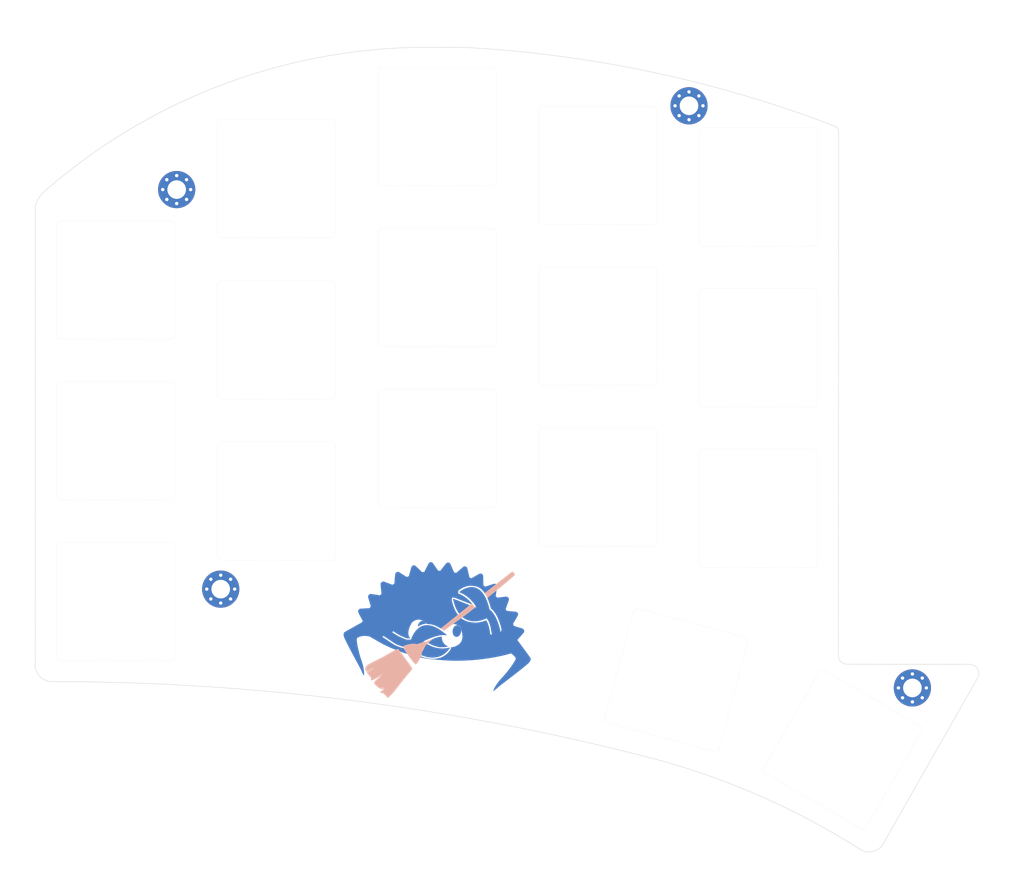
<source format=kicad_pcb>
(kicad_pcb (version 20211014) (generator pcbnew)
  (layers (0 "F.Cu" signal) (31 "B.Cu" signal) (34 "B.Paste" user) (35 "F.Paste" user) (36 "B.SilkS" user "B.Silkscreen") (37 "F.SilkS" user "F.Silkscreen") (38 "B.Mask" user) (39 "F.Mask" user) (44 "Edge.Cuts" user))
  (net 0 "")
  (net 1 "gnd")
  (footprint "Duckyb-Parts:MX-Plate-Cuts" (layer "F.Cu") (at 45 77)
    (fp_text reference "SW2" hide)
    (fp_text value "SW_Push" hide)
    (fp_line (start 7 -6.5) (end 7 6.5) (layer "Edge.Cuts") (width 0.010007))
    (fp_line (start -6.5 -7) (end 6.5 -7) (layer "Edge.Cuts") (width 0.010007))
    (fp_line (start -6.5 6.990924) (end 6.5 7) (layer "Edge.Cuts") (width 0.010007))
    (fp_line (start -7 -6.5) (end -7 6.490924) (layer "Edge.Cuts") (width 0.010007))
    (fp_arc (start -6.5 6.990924) (mid -6.853553 6.844477) (end -7 6.490924) (layer "Edge.Cuts") (width 0.010007))
    (fp_arc (start -7 -6.5) (mid -6.853553 -6.853553) (end -6.5 -7) (layer "Edge.Cuts") (width 0.010007))
    (fp_arc (start 7 6.5) (mid 6.853553 6.853553) (end 6.5 7) (layer "Edge.Cuts") (width 0.010007))
    (fp_arc (start 6.5 -7) (mid 6.853553 -6.853553) (end 7 -6.5) (layer "Edge.Cuts") (width 0.010007))
  )
  (footprint "Duckyb-Parts:MX-Plate-Cuts" (layer "F.Cu") (at 64 65)
    (fp_text reference "SW3" hide)
    (fp_text value "SW_Push" hide)
    (fp_line (start 7 -6.5) (end 7 6.5) (layer "Edge.Cuts") (width 0.010007))
    (fp_line (start -6.5 -7) (end 6.5 -7) (layer "Edge.Cuts") (width 0.010007))
    (fp_line (start -7 -6.5) (end -7 6.490924) (layer "Edge.Cuts") (width 0.010007))
    (fp_line (start -6.5 6.990924) (end 6.5 7) (layer "Edge.Cuts") (width 0.010007))
    (fp_arc (start -6.5 6.990924) (mid -6.853553 6.844477) (end -7 6.490924) (layer "Edge.Cuts") (width 0.010007))
    (fp_arc (start -7 -6.5) (mid -6.853553 -6.853553) (end -6.5 -7) (layer "Edge.Cuts") (width 0.010007))
    (fp_arc (start 6.5 -7) (mid 6.853553 -6.853553) (end 7 -6.5) (layer "Edge.Cuts") (width 0.010007))
    (fp_arc (start 7 6.5) (mid 6.853553 6.853553) (end 6.5 7) (layer "Edge.Cuts") (width 0.010007))
  )
  (footprint "Duckyb-Parts:MX-Plate-Cuts" (layer "F.Cu") (at 83 58.86)
    (fp_text reference "SW4" hide)
    (fp_text value "SW_Push" hide)
    (fp_line (start -6.5 -7) (end 6.5 -7) (layer "Edge.Cuts") (width 0.010007))
    (fp_line (start -6.5 6.990924) (end 6.5 7) (layer "Edge.Cuts") (width 0.010007))
    (fp_line (start -7 -6.5) (end -7 6.490924) (layer "Edge.Cuts") (width 0.010007))
    (fp_line (start 7 -6.5) (end 7 6.5) (layer "Edge.Cuts") (width 0.010007))
    (fp_arc (start -7 -6.5) (mid -6.853553 -6.853553) (end -6.5 -7) (layer "Edge.Cuts") (width 0.010007))
    (fp_arc (start 7 6.5) (mid 6.853553 6.853553) (end 6.5 7) (layer "Edge.Cuts") (width 0.010007))
    (fp_arc (start -6.5 6.990924) (mid -6.853553 6.844477) (end -7 6.490924) (layer "Edge.Cuts") (width 0.010007))
    (fp_arc (start 6.5 -7) (mid 6.853553 -6.853553) (end 7 -6.5) (layer "Edge.Cuts") (width 0.010007))
  )
  (footprint "Duckyb-Parts:MX-Plate-Cuts" (layer "F.Cu") (at 101.994 63.432)
    (fp_text reference "SW5" hide)
    (fp_text value "SW_Push" hide)
    (fp_line (start -6.5 6.990924) (end 6.5 7) (layer "Edge.Cuts") (width 0.010007))
    (fp_line (start -7 -6.5) (end -7 6.490924) (layer "Edge.Cuts") (width 0.010007))
    (fp_line (start -6.5 -7) (end 6.5 -7) (layer "Edge.Cuts") (width 0.010007))
    (fp_line (start 7 -6.5) (end 7 6.5) (layer "Edge.Cuts") (width 0.010007))
    (fp_arc (start 7 6.5) (mid 6.853553 6.853553) (end 6.5 7) (layer "Edge.Cuts") (width 0.010007))
    (fp_arc (start -6.5 6.990924) (mid -6.853553 6.844477) (end -7 6.490924) (layer "Edge.Cuts") (width 0.010007))
    (fp_arc (start 6.5 -7) (mid 6.853553 -6.853553) (end 7 -6.5) (layer "Edge.Cuts") (width 0.010007))
    (fp_arc (start -7 -6.5) (mid -6.853553 -6.853553) (end -6.5 -7) (layer "Edge.Cuts") (width 0.010007))
  )
  (footprint "Duckyb-Parts:MX-Plate-Cuts" (layer "F.Cu") (at 121 66)
    (fp_text reference "SW6" hide)
    (fp_text value "SW_Push" hide)
    (fp_line (start 7 -6.5) (end 7 6.5) (layer "Edge.Cuts") (width 0.010007))
    (fp_line (start -6.5 6.990924) (end 6.5 7) (layer "Edge.Cuts") (width 0.010007))
    (fp_line (start -7 -6.5) (end -7 6.490924) (layer "Edge.Cuts") (width 0.010007))
    (fp_line (start -6.5 -7) (end 6.5 -7) (layer "Edge.Cuts") (width 0.010007))
    (fp_arc (start 6.5 -7) (mid 6.853553 -6.853553) (end 7 -6.5) (layer "Edge.Cuts") (width 0.010007))
    (fp_arc (start -6.5 6.990924) (mid -6.853553 6.844477) (end -7 6.490924) (layer "Edge.Cuts") (width 0.010007))
    (fp_arc (start 7 6.5) (mid 6.853553 6.853553) (end 6.5 7) (layer "Edge.Cuts") (width 0.010007))
    (fp_arc (start -7 -6.5) (mid -6.853553 -6.853553) (end -6.5 -7) (layer "Edge.Cuts") (width 0.010007))
  )
  (footprint "Duckyb-Parts:MX-Plate-Cuts" (layer "F.Cu") (at 45 96)
    (fp_text reference "SW8" hide)
    (fp_text value "SW_Push" hide)
    (fp_line (start -7 -6.5) (end -7 6.490924) (layer "Edge.Cuts") (width 0.010007))
    (fp_line (start 7 -6.5) (end 7 6.5) (layer "Edge.Cuts") (width 0.010007))
    (fp_line (start -6.5 -7) (end 6.5 -7) (layer "Edge.Cuts") (width 0.010007))
    (fp_line (start -6.5 6.990924) (end 6.5 7) (layer "Edge.Cuts") (width 0.010007))
    (fp_arc (start 6.5 -7) (mid 6.853553 -6.853553) (end 7 -6.5) (layer "Edge.Cuts") (width 0.010007))
    (fp_arc (start -7 -6.5) (mid -6.853553 -6.853553) (end -6.5 -7) (layer "Edge.Cuts") (width 0.010007))
    (fp_arc (start -6.5 6.990924) (mid -6.853553 6.844477) (end -7 6.490924) (layer "Edge.Cuts") (width 0.010007))
    (fp_arc (start 7 6.5) (mid 6.853553 6.853553) (end 6.5 7) (layer "Edge.Cuts") (width 0.010007))
  )
  (footprint "Duckyb-Parts:MX-Plate-Cuts" (layer "F.Cu") (at 64 84.074)
    (fp_text reference "SW9" hide)
    (fp_text value "SW_Push" hide)
    (fp_line (start 7 -6.5) (end 7 6.5) (layer "Edge.Cuts") (width 0.010007))
    (fp_line (start -6.5 -7) (end 6.5 -7) (layer "Edge.Cuts") (width 0.010007))
    (fp_line (start -6.5 6.990924) (end 6.5 7) (layer "Edge.Cuts") (width 0.010007))
    (fp_line (start -7 -6.5) (end -7 6.490924) (layer "Edge.Cuts") (width 0.010007))
    (fp_arc (start 7 6.5) (mid 6.853553 6.853553) (end 6.5 7) (layer "Edge.Cuts") (width 0.010007))
    (fp_arc (start -6.5 6.990924) (mid -6.853553 6.844477) (end -7 6.490924) (layer "Edge.Cuts") (width 0.010007))
    (fp_arc (start -7 -6.5) (mid -6.853553 -6.853553) (end -6.5 -7) (layer "Edge.Cuts") (width 0.010007))
    (fp_arc (start 6.5 -7) (mid 6.853553 -6.853553) (end 7 -6.5) (layer "Edge.Cuts") (width 0.010007))
  )
  (footprint "Duckyb-Parts:MX-Plate-Cuts" (layer "F.Cu") (at 83 77.878)
    (fp_text reference "SW10" hide)
    (fp_text value "SW_Push" hide)
    (fp_line (start -6.5 -7) (end 6.5 -7) (layer "Edge.Cuts") (width 0.010007))
    (fp_line (start -6.5 6.990924) (end 6.5 7) (layer "Edge.Cuts") (width 0.010007))
    (fp_line (start -7 -6.5) (end -7 6.490924) (layer "Edge.Cuts") (width 0.010007))
    (fp_line (start 7 -6.5) (end 7 6.5) (layer "Edge.Cuts") (width 0.010007))
    (fp_arc (start 7 6.5) (mid 6.853553 6.853553) (end 6.5 7) (layer "Edge.Cuts") (width 0.010007))
    (fp_arc (start 6.5 -7) (mid 6.853553 -6.853553) (end 7 -6.5) (layer "Edge.Cuts") (width 0.010007))
    (fp_arc (start -7 -6.5) (mid -6.853553 -6.853553) (end -6.5 -7) (layer "Edge.Cuts") (width 0.010007))
    (fp_arc (start -6.5 6.990924) (mid -6.853553 6.844477) (end -7 6.490924) (layer "Edge.Cuts") (width 0.010007))
  )
  (footprint "Duckyb-Parts:MX-Plate-Cuts" (layer "F.Cu") (at 102 82.45)
    (fp_text reference "SW11" hide)
    (fp_text value "SW_Push" hide)
    (fp_line (start 7 -6.5) (end 7 6.5) (layer "Edge.Cuts") (width 0.010007))
    (fp_line (start -6.5 6.990924) (end 6.5 7) (layer "Edge.Cuts") (width 0.010007))
    (fp_line (start -7 -6.5) (end -7 6.490924) (layer "Edge.Cuts") (width 0.010007))
    (fp_line (start -6.5 -7) (end 6.5 -7) (layer "Edge.Cuts") (width 0.010007))
    (fp_arc (start -7 -6.5) (mid -6.853553 -6.853553) (end -6.5 -7) (layer "Edge.Cuts") (width 0.010007))
    (fp_arc (start 7 6.5) (mid 6.853553 6.853553) (end 6.5 7) (layer "Edge.Cuts") (width 0.010007))
    (fp_arc (start 6.5 -7) (mid 6.853553 -6.853553) (end 7 -6.5) (layer "Edge.Cuts") (width 0.010007))
    (fp_arc (start -6.5 6.990924) (mid -6.853553 6.844477) (end -7 6.490924) (layer "Edge.Cuts") (width 0.010007))
  )
  (footprint "Duckyb-Parts:MX-Plate-Cuts" (layer "F.Cu") (at 120.98 84.99)
    (fp_text reference "SW12" hide)
    (fp_text value "SW_Push" hide)
    (fp_line (start 7 -6.5) (end 7 6.5) (layer "Edge.Cuts") (width 0.010007))
    (fp_line (start -6.5 -7) (end 6.5 -7) (layer "Edge.Cuts") (width 0.010007))
    (fp_line (start -6.5 6.990924) (end 6.5 7) (layer "Edge.Cuts") (width 0.010007))
    (fp_line (start -7 -6.5) (end -7 6.490924) (layer "Edge.Cuts") (width 0.010007))
    (fp_arc (start 7 6.5) (mid 6.853553 6.853553) (end 6.5 7) (layer "Edge.Cuts") (width 0.010007))
    (fp_arc (start -7 -6.5) (mid -6.853553 -6.853553) (end -6.5 -7) (layer "Edge.Cuts") (width 0.010007))
    (fp_arc (start 6.5 -7) (mid 6.853553 -6.853553) (end 7 -6.5) (layer "Edge.Cuts") (width 0.010007))
    (fp_arc (start -6.5 6.990924) (mid -6.853553 6.844477) (end -7 6.490924) (layer "Edge.Cuts") (width 0.010007))
  )
  (footprint "Duckyb-Parts:MX-Plate-Cuts" (layer "F.Cu") (at 45 115)
    (fp_text reference "SW14" hide)
    (fp_text value "SW_Push" hide)
    (fp_line (start 7 -6.5) (end 7 6.5) (layer "Edge.Cuts") (width 0.010007))
    (fp_line (start -7 -6.5) (end -7 6.490924) (layer "Edge.Cuts") (width 0.010007))
    (fp_line (start -6.5 -7) (end 6.5 -7) (layer "Edge.Cuts") (width 0.010007))
    (fp_line (start -6.5 6.990924) (end 6.5 7) (layer "Edge.Cuts") (width 0.010007))
    (fp_arc (start 6.5 -7) (mid 6.853553 -6.853553) (end 7 -6.5) (layer "Edge.Cuts") (width 0.010007))
    (fp_arc (start 7 6.5) (mid 6.853553 6.853553) (end 6.5 7) (layer "Edge.Cuts") (width 0.010007))
    (fp_arc (start -6.5 6.990924) (mid -6.853553 6.844477) (end -7 6.490924) (layer "Edge.Cuts") (width 0.010007))
    (fp_arc (start -7 -6.5) (mid -6.853553 -6.853553) (end -6.5 -7) (layer "Edge.Cuts") (width 0.010007))
  )
  (footprint "Duckyb-Parts:MX-Plate-Cuts" (layer "F.Cu") (at 64.008 103.124)
    (fp_text reference "SW15" hide)
    (fp_text value "SW_Push" hide)
    (fp_line (start 7 -6.5) (end 7 6.5) (layer "Edge.Cuts") (width 0.010007))
    (fp_line (start -7 -6.5) (end -7 6.490924) (layer "Edge.Cuts") (width 0.010007))
    (fp_line (start -6.5 -7) (end 6.5 -7) (layer "Edge.Cuts") (width 0.010007))
    (fp_line (start -6.5 6.990924) (end 6.5 7) (layer "Edge.Cuts") (width 0.010007))
    (fp_arc (start -7 -6.5) (mid -6.853553 -6.853553) (end -6.5 -7) (layer "Edge.Cuts") (width 0.010007))
    (fp_arc (start -6.5 6.990924) (mid -6.853553 6.844477) (end -7 6.490924) (layer "Edge.Cuts") (width 0.010007))
    (fp_arc (start 7 6.5) (mid 6.853553 6.853553) (end 6.5 7) (layer "Edge.Cuts") (width 0.010007))
    (fp_arc (start 6.5 -7) (mid 6.853553 -6.853553) (end 7 -6.5) (layer "Edge.Cuts") (width 0.010007))
  )
  (footprint "Duckyb-Parts:MX-Plate-Cuts" (layer "F.Cu") (at 83 96.896)
    (fp_text reference "SW16" hide)
    (fp_text value "SW_Push" hide)
    (fp_line (start -7 -6.5) (end -7 6.490924) (layer "Edge.Cuts") (width 0.010007))
    (fp_line (start 7 -6.5) (end 7 6.5) (layer "Edge.Cuts") (width 0.010007))
    (fp_line (start -6.5 6.990924) (end 6.5 7) (layer "Edge.Cuts") (width 0.010007))
    (fp_line (start -6.5 -7) (end 6.5 -7) (layer "Edge.Cuts") (width 0.010007))
    (fp_arc (start -7 -6.5) (mid -6.853553 -6.853553) (end -6.5 -7) (layer "Edge.Cuts") (width 0.010007))
    (fp_arc (start 6.5 -7) (mid 6.853553 -6.853553) (end 7 -6.5) (layer "Edge.Cuts") (width 0.010007))
    (fp_arc (start 7 6.5) (mid 6.853553 6.853553) (end 6.5 7) (layer "Edge.Cuts") (width 0.010007))
    (fp_arc (start -6.5 6.990924) (mid -6.853553 6.844477) (end -7 6.490924) (layer "Edge.Cuts") (width 0.010007))
  )
  (footprint "Duckyb-Parts:MX-Plate-Cuts" (layer "F.Cu") (at 102 101.468)
    (fp_text reference "SW17" hide)
    (fp_text value "SW_Push" hide)
    (fp_line (start -6.5 -7) (end 6.5 -7) (layer "Edge.Cuts") (width 0.010007))
    (fp_line (start -7 -6.5) (end -7 6.490924) (layer "Edge.Cuts") (width 0.010007))
    (fp_line (start 7 -6.5) (end 7 6.5) (layer "Edge.Cuts") (width 0.010007))
    (fp_line (start -6.5 6.990924) (end 6.5 7) (layer "Edge.Cuts") (width 0.010007))
    (fp_arc (start -7 -6.5) (mid -6.853553 -6.853553) (end -6.5 -7) (layer "Edge.Cuts") (width 0.010007))
    (fp_arc (start 7 6.5) (mid 6.853553 6.853553) (end 6.5 7) (layer "Edge.Cuts") (width 0.010007))
    (fp_arc (start 6.5 -7) (mid 6.853553 -6.853553) (end 7 -6.5) (layer "Edge.Cuts") (width 0.010007))
    (fp_arc (start -6.5 6.990924) (mid -6.853553 6.844477) (end -7 6.490924) (layer "Edge.Cuts") (width 0.010007))
  )
  (footprint "Duckyb-Parts:MX-Plate-Cuts" (layer "F.Cu") (at 130.95 132.504 -30)
    (fp_text reference "SW20" hide)
    (fp_text value "SW_Push" hide)
    (fp_line (start -6.5 -7) (end 6.5 -7) (layer "Edge.Cuts") (width 0.010007))
    (fp_line (start 7 -6.5) (end 7 6.5) (layer "Edge.Cuts") (width 0.010007))
    (fp_line (start -7 -6.5) (end -7 6.490924) (layer "Edge.Cuts") (width 0.010007))
    (fp_line (start -6.5 6.990924) (end 6.5 7) (layer "Edge.Cuts") (width 0.010007))
    (fp_arc (start 7 6.5) (mid 6.853553 6.853553) (end 6.5 7) (layer "Edge.Cuts") (width 0.010007))
    (fp_arc (start -6.5 6.990924) (mid -6.853553 6.844477) (end -7 6.490924) (layer "Edge.Cuts") (width 0.010007))
    (fp_arc (start -7 -6.5) (mid -6.853553 -6.853553) (end -6.5 -7) (layer "Edge.Cuts") (width 0.010007))
    (fp_arc (start 6.5 -7) (mid 6.853553 -6.853553) (end 7 -6.5) (layer "Edge.Cuts") (width 0.010007))
  )
  (footprint "Duckyb-Parts:MX-Plate-Cuts" (layer "F.Cu") (at 111.272 124.288 -15)
    (fp_text reference "SW21" hide)
    (fp_text value "SW_Push" hide)
    (fp_line (start -6.5 -7) (end 6.5 -7) (layer "Edge.Cuts") (width 0.010007))
    (fp_line (start -6.5 6.990924) (end 6.5 7) (layer "Edge.Cuts") (width 0.010007))
    (fp_line (start -7 -6.5) (end -7 6.490924) (layer "Edge.Cuts") (width 0.010007))
    (fp_line (start 7 -6.5) (end 7 6.5) (layer "Edge.Cuts") (width 0.010007))
    (fp_arc (start 7 6.5) (mid 6.853554 6.853553) (end 6.5 7) (layer "Edge.Cuts") (width 0.010007))
    (fp_arc (start 6.5 -7) (mid 6.853553 -6.853554) (end 7 -6.5) (layer "Edge.Cuts") (width 0.010007))
    (fp_arc (start -6.5 6.990924) (mid -6.853553 6.844477) (end -7 6.490924) (layer "Edge.Cuts") (width 0.010007))
    (fp_arc (start -7 -6.5) (mid -6.853554 -6.853553) (end -6.5 -7) (layer "Edge.Cuts") (width 0.010007))
  )
  (footprint "Duckyb-Parts:MX-Plate-Cuts" (layer "F.Cu") (at 120.98 104.008)
    (fp_text reference "SW18" hide)
    (fp_text value "SW_Push" hide)
    (fp_line (start -6.5 -7) (end 6.5 -7) (layer "Edge.Cuts") (width 0.010007))
    (fp_line (start -7 -6.5) (end -7 6.490924) (layer "Edge.Cuts") (width 0.010007))
    (fp_line (start -6.5 6.990924) (end 6.5 7) (layer "Edge.Cuts") (width 0.010007))
    (fp_line (start 7 -6.5) (end 7 6.5) (layer "Edge.Cuts") (width 0.010007))
    (fp_arc (start 7 6.5) (mid 6.853553 6.853553) (end 6.5 7) (layer "Edge.Cuts") (width 0.010007))
    (fp_arc (start 6.5 -7) (mid 6.853553 -6.853553) (end 7 -6.5) (layer "Edge.Cuts") (width 0.010007))
    (fp_arc (start -7 -6.5) (mid -6.853553 -6.853553) (end -6.5 -7) (layer "Edge.Cuts") (width 0.010007))
    (fp_arc (start -6.5 6.990924) (mid -6.853553 6.844477) (end -7 6.490924) (layer "Edge.Cuts") (width 0.010007))
  )
  (footprint "MountingHole:MountingHole_4.3mm_M4" (layer "F.Cu") (at 92.456 67.945)
    (fp_text reference "Puck1" hide)
    (fp_text value "MountingHole_4.3mm_M4")
    (pad "" np_thru_hole circle (at 0 0) (size 4.3 4.3) (drill 4.3) (layers *.Cu *.Mask))
  )
  (footprint "MountingHole:MountingHole_4.3mm_M4" (layer "F.Cu") (at 92.456 106.045)
    (fp_text reference "Puck3" hide)
    (fp_text value "MountingHole_4.3mm_M4")
    (pad "" np_thru_hole circle (at 0 0) (size 4.3 4.3) (drill 4.3) (layers *.Cu *.Mask))
  )
  (footprint "MountingHole:MountingHole_2.2mm_M2_Pad_Via" (layer "F.Cu") (at 52.197 66.294)
    (fp_text reference "Mounting 04" hide)
    (fp_text value "MountingHole_2.2mm_M2_Pad_Via")
    (pad "1" thru_hole circle locked (at 1.65 0) (size 0.7 0.7) (drill 0.4) (layers *.Cu *.Mask))
    (pad "1" thru_hole circle locked (at 1.166726 1.166726) (size 0.7 0.7) (drill 0.4) (layers *.Cu *.Mask))
    (pad "1" thru_hole circle locked (at 0 -1.65) (size 0.7 0.7) (drill 0.4) (layers *.Cu *.Mask))
    (pad "1" thru_hole circle locked (at -1.65 0) (size 0.7 0.7) (drill 0.4) (layers *.Cu *.Mask))
    (pad "1" thru_hole circle locked (at -1.166726 1.166726) (size 0.7 0.7) (drill 0.4) (layers *.Cu *.Mask))
    (pad "1" thru_hole circle locked (at -1.166726 -1.166726) (size 0.7 0.7) (drill 0.4) (layers *.Cu *.Mask))
    (pad "1" thru_hole circle locked (at 0 0) (size 4.4 4.4) (drill 2.2) (layers *.Cu *.Mask))
    (pad "1" thru_hole circle locked (at 0 1.65) (size 0.7 0.7) (drill 0.4) (layers *.Cu *.Mask))
    (pad "1" thru_hole circle locked (at 1.166726 -1.166726) (size 0.7 0.7) (drill 0.4) (layers *.Cu *.Mask))
  )
  (footprint "MountingHole:MountingHole_2.2mm_M2_Pad_Via" (layer "F.Cu") (at 57.404 113.538)
    (fp_text reference "Mounting 03" hide)
    (fp_text value "MountingHole_2.2mm_M2_Pad_Via")
    (pad "1" thru_hole circle locked (at 1.166726 -1.166726) (size 0.7 0.7) (drill 0.4) (layers *.Cu *.Mask))
    (pad "1" thru_hole circle locked (at 0 0) (size 4.4 4.4) (drill 2.2) (layers *.Cu *.Mask))
    (pad "1" thru_hole circle locked (at -1.166726 1.166726) (size 0.7 0.7) (drill 0.4) (layers *.Cu *.Mask))
    (pad "1" thru_hole circle locked (at -1.166726 -1.166726) (size 0.7 0.7) (drill 0.4) (layers *.Cu *.Mask))
    (pad "1" thru_hole circle locked (at 1.65 0) (size 0.7 0.7) (drill 0.4) (layers *.Cu *.Mask))
    (pad "1" thru_hole circle locked (at -1.65 0) (size 0.7 0.7) (drill 0.4) (layers *.Cu *.Mask))
    (pad "1" thru_hole circle locked (at 0 -1.65) (size 0.7 0.7) (drill 0.4) (layers *.Cu *.Mask))
    (pad "1" thru_hole circle locked (at 0 1.65) (size 0.7 0.7) (drill 0.4) (layers *.Cu *.Mask))
    (pad "1" thru_hole circle locked (at 1.166726 1.166726) (size 0.7 0.7) (drill 0.4) (layers *.Cu *.Mask))
  )
  (footprint "MountingHole:MountingHole_2.2mm_M2_Pad_Via" (layer "F.Cu") (at 112.776 56.388)
    (fp_text reference "Mounting 01" hide)
    (fp_text value "MountingHole_2.2mm_M2_Pad_Via")
    (pad "1" thru_hole circle locked (at 1.166726 -1.166726) (size 0.7 0.7) (drill 0.4) (layers *.Cu *.Mask))
    (pad "1" thru_hole circle locked (at 0 1.65) (size 0.7 0.7) (drill 0.4) (layers *.Cu *.Mask))
    (pad "1" thru_hole circle locked (at 1.166726 1.166726) (size 0.7 0.7) (drill 0.4) (layers *.Cu *.Mask))
    (pad "1" thru_hole circle locked (at 1.65 0) (size 0.7 0.7) (drill 0.4) (layers *.Cu *.Mask))
    (pad "1" thru_hole circle locked (at -1.166726 -1.166726) (size 0.7 0.7) (drill 0.4) (layers *.Cu *.Mask))
    (pad "1" thru_hole circle locked (at 0 0) (size 4.4 4.4) (drill 2.2) (layers *.Cu *.Mask))
    (pad "1" thru_hole circle locked (at -1.166726 1.166726) (size 0.7 0.7) (drill 0.4) (layers *.Cu *.Mask))
    (pad "1" thru_hole circle locked (at 0 -1.65) (size 0.7 0.7) (drill 0.4) (layers *.Cu *.Mask))
    (pad "1" thru_hole circle locked (at -1.65 0) (size 0.7 0.7) (drill 0.4) (layers *.Cu *.Mask))
  )
  (footprint "MountingHole:MountingHole_4.3mm_M4" (layer "F.Cu") (at 73.406 86.995)
    (fp_text reference "Puck4" hide)
    (fp_text value "MountingHole_4.3mm_M4")
    (pad "" np_thru_hole circle (at 0 0) (size 4.3 4.3) (drill 4.3) (layers *.Cu *.Mask))
  )
  (footprint "MountingHole:MountingHole_4.3mm_M4" (layer "F.Cu") (at 111.506 86.995)
    (fp_text reference "Puck2" hide)
    (fp_text value "MountingHole_4.3mm_M4")
    (pad "" np_thru_hole circle (at 0 0) (size 4.3 4.3) (drill 4.3) (layers *.Cu *.Mask))
  )
  (footprint "MountingHole:MountingHole_2.2mm_M2_Pad_Via" (layer "F.Cu") (at 139.192 125.222)
    (fp_text reference "Mounting 02" hide)
    (fp_text value "MountingHole_2.2mm_M2_Pad_Via")
    (pad "1" thru_hole circle locked (at -1.65 0) (size 0.7 0.7) (drill 0.4) (layers *.Cu *.Mask))
    (pad "1" thru_hole circle locked (at 1.65 0) (size 0.7 0.7) (drill 0.4) (layers *.Cu *.Mask))
    (pad "1" thru_hole circle locked (at 0 1.65) (size 0.7 0.7) (drill 0.4) (layers *.Cu *.Mask))
    (pad "1" thru_hole circle locked (at -1.166726 1.166726) (size 0.7 0.7) (drill 0.4) (layers *.Cu *.Mask))
    (pad "1" thru_hole circle locked (at 0 0) (size 4.4 4.4) (drill 2.2) (layers *.Cu *.Mask))
    (pad "1" thru_hole circle locked (at 1.166726 -1.166726) (size 0.7 0.7) (drill 0.4) (layers *.Cu *.Mask))
    (pad "1" thru_hole circle locked (at 1.166726 1.166726) (size 0.7 0.7) (drill 0.4) (layers *.Cu *.Mask))
    (pad "1" thru_hole circle locked (at 0 -1.65) (size 0.7 0.7) (drill 0.4) (layers *.Cu *.Mask))
    (pad "1" thru_hole circle locked (at -1.166726 -1.166726) (size 0.7 0.7) (drill 0.4) (layers *.Cu *.Mask))
  )
  (footprint "Kailh:ferris_broom" (layer "B.Cu") (at 84.455 118.745 173)
    (fp_text reference "G***" hide)
    (fp_text value "LOGO" hide)
    (fp_poly (pts (xy 3.338859 1.039943) (xy 3.381528 1.037073) (xy 3.414098 1.031849) (xy 3.443386 1.022761) (xy 3.471333 1.010616) (xy 3.542832 0.967875) (xy 3.607733 0.911121) (xy 3.664984 0.842341) (xy 3.713532 0.763523) (xy 3.752325 0.676654) (xy 3.780309 0.58372) (xy 3.796432 0.486708) (xy 3.799747 0.390693) (xy 3.797299 0.313779) (xy 3.759199 0.350196) (xy 3.673719 0.423651) (xy 3.575263 0.494102) (xy 3.467764 0.559419) (xy 3.355157 0.617476) (xy 3.241376 0.666145) (xy 3.130355 0.703298) (xy 3.084249 0.715249) (xy 3.049708 0.723486) (xy 3.017103 0.731513) (xy 2.996217 0.736878) (xy 2.969051 0.742504) (xy 2.944627 0.745053) (xy 2.943301 0.745067) (xy 2.926849 0.747477) (xy 2.920999 0.752447) (xy 2.926114 0.766195) (xy 2.939823 0.789421) (xy 2.959677 0.818764) (xy 2.983225 0.850868) (xy 3.008019 0.882372) (xy 3.031607 0.90992) (xy 3.04881 0.92765) (xy 3.109678 0.977639) (xy 3.170468 1.012259) (xy 3.234392 1.032756) (xy 3.304661 1.040371) (xy 3.338859 1.039943)) (layer "B.Cu") (width 0.01) (fill solid))
    (fp_poly (pts (xy 0.052888 4.087984) (xy 0.067946 4.079375) (xy 0.071756 4.073128) (xy 0.07085 4.059512) (xy 0.064982 4.03481) (xy 0.055664 4.003581) (xy 0.04441 3.970386) (xy 0.03273 3.939783) (xy 0.02214 3.916334) (xy 0.016767 3.907366) (xy 0.010832 3.893836) (xy 0.004762 3.872028) (xy 0.004159 3.869266) (xy -0.003308 3.842764) (xy -0.014528 3.811802) (xy -0.018829 3.801533) (xy -0.03027 3.775245) (xy -0.039771 3.753029) (xy -0.042495 3.7465) (xy -0.04953 3.730048) (xy -0.060889 3.704188) (xy -0.072213 3.678766) (xy -0.086497 3.646732) (xy -0.100004 3.616147) (xy -0.107773 3.598333) (xy -0.137922 3.531005) (xy -0.174157 3.454212) (xy -0.214352 3.372161) (xy -0.256382 3.289058) (xy -0.298121 3.209106) (xy -0.337444 3.136512) (xy -0.370957 3.077633) (xy -0.391222 3.043677) (xy -0.413332 3.007382) (xy -0.435134 2.972196) (xy -0.454476 2.941566) (xy -0.469206 2.918939) (xy -0.476711 2.9083) (xy -0.48595 2.895421) (xy -0.497936 2.877082) (xy -0.513303 2.853756) (xy -0.533916 2.824013) (xy -0.557709 2.79065) (xy -0.582619 2.756464) (xy -0.606581 2.724252) (xy -0.627533 2.696811) (xy -0.643408 2.676938) (xy -0.652144 2.66743) (xy -0.652973 2.667) (xy -0.660355 2.660075) (xy -0.664298 2.651123) (xy -0.673008 2.635835) (xy -0.689343 2.61518) (xy -0.698736 2.604976) (xy -0.715673 2.586607) (xy -0.726298 2.573295) (xy -0.728134 2.56965) (xy -0.733627 2.561506) (xy -0.748032 2.545003) (xy -0.768237 2.523705) (xy -0.76835 2.523589) (xy -0.794189 2.496813) (xy -0.819673 2.469716) (xy -0.835159 2.452748) (xy -0.86175 2.422912) (xy -1.158369 2.724873) (xy -1.219019 2.786647) (xy -1.278002 2.846784) (xy -1.333865 2.903799) (xy -1.385155 2.956205) (xy -1.430418 3.002516) (xy -1.468201 3.041247) (xy -1.49705 3.070911) (xy -1.515514 3.090024) (xy -1.51581 3.090333) (xy -1.56207 3.138555) (xy -1.611662 3.190118) (xy -1.663079 3.243469) (xy -1.714819 3.297056) (xy -1.765376 3.349325) (xy -1.813246 3.398726) (xy -1.856925 3.443704) (xy -1.894908 3.482708) (xy -1.92569 3.514185) (xy -1.947768 3.536582) (xy -1.959637 3.548348) (xy -1.959727 3.548433) (xy -1.9759 3.565761) (xy -1.978192 3.576207) (xy -1.965537 3.581956) (xy -1.942011 3.584799) (xy -1.91354 3.58933) (xy -1.880453 3.597637) (xy -1.868196 3.601528) (xy -1.82972 3.613943) (xy -1.786833 3.626519) (xy -1.744246 3.638004) (xy -1.706667 3.647148) (xy -1.678803 3.652702) (xy -1.672167 3.653571) (xy -1.653829 3.656896) (xy -1.623755 3.664005) (xy -1.58642 3.673788) (xy -1.553634 3.682993) (xy -1.510782 3.695357) (xy -1.479633 3.704135) (xy -1.455635 3.710481) (xy -1.434232 3.715547) (xy -1.410872 3.720485) (xy -1.385129 3.72563) (xy -1.355075 3.732541) (xy -1.317487 3.742489) (xy -1.283529 3.752409) (xy -1.251355 3.761857) (xy -1.223427 3.769199) (xy -1.205497 3.772929) (xy -1.204841 3.773008) (xy -1.181435 3.778879) (xy -1.169414 3.784057) (xy -1.147629 3.79112) (xy -1.130044 3.793066) (xy -1.107168 3.795689) (xy -1.075265 3.802379) (xy -1.041202 3.811367) (xy -1.011848 3.820886) (xy -0.997065 3.827303) (xy -0.975917 3.83424) (xy -0.964759 3.8354) (xy -0.942082 3.839439) (xy -0.931763 3.843637) (xy -0.916052 3.848932) (xy -0.889144 3.855136) (xy -0.856636 3.860974) (xy -0.854003 3.861381) (xy -0.819323 3.867642) (xy -0.787922 3.874987) (xy -0.7665 3.881844) (xy -0.766234 3.881959) (xy -0.743653 3.890216) (xy -0.710769 3.900366) (xy -0.67269 3.911045) (xy -0.634522 3.920888) (xy -0.601371 3.928531) (xy -0.578345 3.93261) (xy -0.575734 3.932855) (xy -0.557083 3.934882) (xy -0.548217 3.936735) (xy -0.535517 3.940906) (xy -0.522538 3.945174) (xy -0.516467 3.947345) (xy -0.502069 3.951826) (xy -0.476921 3.958971) (xy -0.448734 3.966623) (xy -0.416124 3.975439) (xy -0.3866 3.983671) (xy -0.369154 3.988759) (xy -0.341596 3.994399) (xy -0.31793 3.996266) (xy -0.296675 3.998551) (xy -0.283211 4.004005) (xy -0.269512 4.010381) (xy -0.249767 4.014268) (xy -0.228754 4.017909) (xy -0.2159 4.022617) (xy -0.203902 4.027361) (xy -0.180333 4.034346) (xy -0.150148 4.042109) (xy -0.148167 4.042584) (xy -0.116958 4.050284) (xy -0.09127 4.057076) (xy -0.076484 4.061535) (xy -0.0762 4.061643) (xy -0.053269 4.06856) (xy -0.024518 4.072745) (xy -0.009989 4.073958) (xy 0.010378 4.077186) (xy 0.021933 4.082265) (xy 0.02226 4.082704) (xy 0.034915 4.089624) (xy 0.052888 4.087984)) (layer "B.Cu") (width 0.01) (fill solid))
    (fp_poly (pts (xy -0.761144 1.032642) (xy -0.688709 1.008644) (xy -0.619188 0.970622) (xy -0.554768 0.920001) (xy -0.497637 0.858202) (xy -0.453968 0.7937) (xy -0.437483 0.766692) (xy -0.423416 0.746579) (xy -0.414329 0.736954) (xy -0.413252 0.7366) (xy -0.408833 0.731565) (xy -0.409736 0.729585) (xy -0.40904 0.718656) (xy -0.402935 0.697092) (xy -0.39386 0.672435) (xy -0.369521 0.596952) (xy -0.351987 0.510702) (xy -0.341678 0.418605) (xy -0.339017 0.32558) (xy -0.344425 0.236545) (xy -0.352075 0.18519) (xy -0.377889 0.081805) (xy -0.41398 -0.0129) (xy -0.459406 -0.097763) (xy -0.513225 -0.171624) (xy -0.574496 -0.233322) (xy -0.642278 -0.281697) (xy -0.715627 -0.315587) (xy -0.770126 -0.330135) (xy -0.812297 -0.336403) (xy -0.84915 -0.337012) (xy -0.888665 -0.331696) (xy -0.918634 -0.325158) (xy -0.947744 -0.318386) (xy -0.971301 -0.313186) (xy -0.982134 -0.311051) (xy -0.996128 -0.306431) (xy -0.999067 -0.304242) (xy -1.00783 -0.297463) (xy -1.026684 -0.284345) (xy -1.050959 -0.268116) (xy -1.110231 -0.221059) (xy -1.166285 -0.161274) (xy -1.215754 -0.092966) (xy -1.255272 -0.02034) (xy -1.262352 -0.004066) (xy -1.273749 0.020663) (xy -1.283702 0.037495) (xy -1.288991 0.042333) (xy -1.29308 0.047331) (xy -1.292297 0.048972) (xy -1.29238 0.059871) (xy -1.296468 0.082275) (xy -1.303688 0.111476) (xy -1.304231 0.113444) (xy -1.327325 0.227527) (xy -1.335016 0.34511) (xy -1.327592 0.463403) (xy -1.305338 0.579617) (xy -1.268541 0.690962) (xy -1.238078 0.757245) (xy -1.212207 0.803246) (xy -1.184334 0.842806) (xy -1.149579 0.88249) (xy -1.130553 0.901979) (xy -1.06388 0.960545) (xy -0.99682 1.002787) (xy -0.928123 1.029293) (xy -0.856537 1.040651) (xy -0.834305 1.041193) (xy -0.761144 1.032642)) (layer "B.Cu") (width 0.01) (fill solid))
    (fp_poly (pts (xy 0.876959 -0.512614) (xy 0.879912 -0.513257) (xy 0.909731 -0.520829) (xy 0.950577 -0.532551) (xy 0.999376 -0.547409) (xy 1.053055 -0.564389) (xy 1.108539 -0.582475) (xy 1.162754 -0.600654) (xy 1.212625 -0.617911) (xy 1.25508 -0.633232) (xy 1.287043 -0.645603) (xy 1.303866 -0.653146) (xy 1.327085 -0.664074) (xy 1.359259 -0.677603) (xy 1.392766 -0.690556) (xy 1.41799 -0.70002) (xy 1.442859 -0.709847) (xy 1.469644 -0.721054) (xy 1.500622 -0.734654) (xy 1.538066 -0.751664) (xy 1.584249 -0.773098) (xy 1.641445 -0.799972) (xy 1.701799 -0.828502) (xy 1.790699 -0.870597) (xy 1.990634 -1.072415) (xy 2.069517 -1.152176) (xy 2.137023 -1.220741) (xy 2.193816 -1.278817) (xy 2.240566 -1.327109) (xy 2.277937 -1.366325) (xy 2.306597 -1.39717) (xy 2.327213 -1.420351) (xy 2.340451 -1.436574) (xy 2.346978 -1.446545) (xy 2.347727 -1.450669) (xy 2.337133 -1.458448) (xy 2.313359 -1.470926) (xy 2.279096 -1.486898) (xy 2.237036 -1.50516) (xy 2.189869 -1.524506) (xy 2.140286 -1.543732) (xy 2.137833 -1.544653) (xy 2.097444 -1.559856) (xy 2.058067 -1.574784) (xy 2.025451 -1.587254) (xy 2.01182 -1.592529) (xy 1.986019 -1.601772) (xy 1.965641 -1.607611) (xy 1.958789 -1.608667) (xy 1.941554 -1.61242) (xy 1.932401 -1.616333) (xy 1.916696 -1.622488) (xy 1.888261 -1.631781) (xy 1.850774 -1.643153) (xy 1.807909 -1.655543) (xy 1.763342 -1.667892) (xy 1.720749 -1.679138) (xy 1.683806 -1.688221) (xy 1.680633 -1.688954) (xy 1.64504 -1.697141) (xy 1.610788 -1.705064) (xy 1.587499 -1.710491) (xy 1.510641 -1.726839) (xy 1.427179 -1.741738) (xy 1.350433 -1.752959) (xy 1.307609 -1.758468) (xy 1.263139 -1.764289) (xy 1.225385 -1.769324) (xy 1.219199 -1.770165) (xy 1.156081 -1.776576) (xy 1.0818 -1.780579) (xy 1.001959 -1.782131) (xy 0.922164 -1.781187) (xy 0.848018 -1.777702) (xy 0.800099 -1.773465) (xy 0.751827 -1.767563) (xy 0.696348 -1.759999) (xy 0.637115 -1.751324) (xy 0.57758 -1.742086) (xy 0.521197 -1.732835) (xy 0.471419 -1.724123) (xy 0.431698 -1.716498) (xy 0.406399 -1.710756) (xy 0.379671 -1.703999) (xy 0.347122 -1.696235) (xy 0.334433 -1.69333) (xy 0.286755 -1.6819) (xy 0.237291 -1.668513) (xy 0.181713 -1.65192) (xy 0.115695 -1.630872) (xy 0.097366 -1.624871) (xy 0.057153 -1.612043) (xy 0.021585 -1.601424) (xy -0.005616 -1.594076) (xy -0.02073 -1.59106) (xy -0.021167 -1.59104) (xy -0.020533 -1.588533) (xy -0.006195 -1.582029) (xy 0.01937 -1.572526) (xy 0.052427 -1.561425) (xy 0.090109 -1.548565) (xy 0.12247 -1.536207) (xy 0.145654 -1.525903) (xy 0.155135 -1.520055) (xy 0.166798 -1.512017) (xy 0.171701 -1.512258) (xy 0.180836 -1.510909) (xy 0.200781 -1.50325) (xy 0.227383 -1.490895) (xy 0.229859 -1.489659) (xy 0.348134 -1.421013) (xy 0.455886 -1.339375) (xy 0.55229 -1.245632) (xy 0.636521 -1.140672) (xy 0.707755 -1.025383) (xy 0.75626 -0.922867) (xy 0.771785 -0.882802) (xy 0.78707 -0.838997) (xy 0.80115 -0.794778) (xy 0.813059 -0.753473) (xy 0.821834 -0.718408) (xy 0.826508 -0.692911) (xy 0.826433 -0.680945) (xy 0.826989 -0.669474) (xy 0.829813 -0.667297) (xy 0.834165 -0.658281) (xy 0.839539 -0.636304) (xy 0.845077 -0.605234) (xy 0.847767 -0.586531) (xy 0.852768 -0.550086) (xy 0.85688 -0.527452) (xy 0.861412 -0.515648) (xy 0.867669 -0.511696) (xy 0.876959 -0.512614)) (layer "B.Cu") (width 0.01) (fill solid))
    (fp_poly (pts (xy 1.18609 8.26694) (xy 1.214188 8.264416) (xy 1.237977 8.258478) (xy 1.263762 8.247824) (xy 1.28018 8.239924) (xy 1.332822 8.207593) (xy 1.373164 8.170943) (xy 1.383832 8.156508) (xy 1.402225 8.12883) (xy 1.427504 8.089272) (xy 1.458829 8.039199) (xy 1.495361 7.979973) (xy 1.536259 7.912958) (xy 1.580683 7.839518) (xy 1.627793 7.761017) (xy 1.676751 7.678817) (xy 1.688673 7.658705) (xy 1.749686 7.555933) (xy 1.802685 7.467207) (xy 1.848074 7.391879) (xy 1.886258 7.329302) (xy 1.917639 7.278828) (xy 1.942624 7.239812) (xy 1.961614 7.211605) (xy 1.975016 7.193561) (xy 1.983232 7.185032) (xy 1.985006 7.184165) (xy 1.99968 7.182101) (xy 2.027464 7.178955) (xy 2.064598 7.175126) (xy 2.107324 7.171015) (xy 2.114947 7.170311) (xy 2.161716 7.166274) (xy 2.194493 7.164243) (xy 2.216106 7.164256) (xy 2.229381 7.166351) (xy 2.237146 7.170565) (xy 2.238569 7.171966) (xy 2.24602 7.180248) (xy 2.26376 7.200056) (xy 2.290799 7.230284) (xy 2.326148 7.269825) (xy 2.368819 7.317574) (xy 2.417823 7.372423) (xy 2.472171 7.433267) (xy 2.530876 7.498999) (xy 2.592947 7.568512) (xy 2.606265 7.583428) (xy 2.669458 7.654042) (xy 2.729997 7.721376) (xy 2.786832 7.784281) (xy 2.838912 7.84161) (xy 2.885185 7.892213) (xy 2.924601 7.934941) (xy 2.956108 7.968647) (xy 2.978657 7.992182) (xy 2.991195 8.004397) (xy 2.99226 8.005268) (xy 3.046465 8.036544) (xy 3.108708 8.055594) (xy 3.17475 8.061852) (xy 3.240349 8.054752) (xy 3.278688 8.043487) (xy 3.335647 8.013629) (xy 3.387009 7.970326) (xy 3.429288 7.916938) (xy 3.45033 7.878233) (xy 3.457965 7.859688) (xy 3.470674 7.826764) (xy 3.487877 7.78104) (xy 3.508994 7.724098) (xy 3.533443 7.657519) (xy 3.560645 7.582884) (xy 3.590019 7.501775) (xy 3.620985 7.415771) (xy 3.652961 7.326455) (xy 3.653977 7.323608) (xy 3.830783 6.828249) (xy 3.957129 6.788924) (xy 4.083474 6.7496) (xy 4.522832 7.079603) (xy 4.599843 7.137265) (xy 4.673782 7.192281) (xy 4.74339 7.243735) (xy 4.807407 7.290713) (xy 4.864574 7.332298) (xy 4.913631 7.367577) (xy 4.953318 7.395635) (xy 4.982376 7.415555) (xy 4.999546 7.426424) (xy 5.002045 7.427717) (xy 5.051638 7.442567) (xy 5.109023 7.447434) (xy 5.168424 7.442465) (xy 5.224067 7.42781) (xy 5.239021 7.421613) (xy 5.291008 7.390283) (xy 5.338536 7.347533) (xy 5.377344 7.297853) (xy 5.401481 7.250429) (xy 5.40705 7.230297) (xy 5.414883 7.193742) (xy 5.424921 7.141113) (xy 5.437101 7.072759) (xy 5.451364 6.98903) (xy 5.467648 6.890276) (xy 5.485893 6.776845) (xy 5.506038 6.649087) (xy 5.506066 6.648906) (xy 5.592534 6.095805) (xy 5.706144 6.032403) (xy 5.74553 6.010535) (xy 5.779427 5.991931) (xy 5.805217 5.978008) (xy 5.820283 5.970187) (xy 5.823042 5.969) (xy 5.831055 5.972538) (xy 5.853067 5.982745) (xy 5.887788 5.999012) (xy 5.933927 6.020731) (xy 5.990193 6.047291) (xy 6.055298 6.078083) (xy 6.127949 6.112498) (xy 6.206858 6.149927) (xy 6.290733 6.189761) (xy 6.315956 6.201749) (xy 6.405535 6.244151) (xy 6.490678 6.284101) (xy 6.570042 6.32099) (xy 6.642284 6.35421) (xy 6.706061 6.383152) (xy 6.76003 6.407205) (xy 6.802848 6.425761) (xy 6.833171 6.438211) (xy 6.849658 6.443945) (xy 6.850123 6.444051) (xy 6.916044 6.449981) (xy 6.980538 6.440513) (xy 7.041451 6.417163) (xy 7.096626 6.381452) (xy 7.143907 6.334896) (xy 7.181138 6.279016) (xy 7.206163 6.215328) (xy 7.212072 6.189133) (xy 7.21374 6.172468) (xy 7.214712 6.144306) (xy 7.214975 6.103965) (xy 7.214516 6.050757) (xy 7.213325 5.983999) (xy 7.211389 5.903004) (xy 7.208695 5.807088) (xy 7.205232 5.695566) (xy 7.201405 5.580011) (xy 7.182328 5.017456) (xy 7.20826 4.995811) (xy 7.225251 4.981431) (xy 7.251215 4.959223) (xy 7.282336 4.932458) (xy 7.308678 4.909707) (xy 7.383165 4.845248) (xy 7.630699 4.906618) (xy 7.763975 4.939661) (xy 7.881838 4.968867) (xy 7.985311 4.994467) (xy 8.075417 5.016692) (xy 8.15318 5.035774) (xy 8.219624 5.051945) (xy 8.275773 5.065434) (xy 8.322649 5.076474) (xy 8.361277 5.085295) (xy 8.39268 5.092129) (xy 8.417882 5.097207) (xy 8.437906 5.100761) (xy 8.453777 5.103021) (xy 8.466517 5.104219) (xy 8.477151 5.104586) (xy 8.486701 5.104353) (xy 8.496192 5.103751) (xy 8.501635 5.103356) (xy 8.568814 5.090472) (xy 8.630181 5.063019) (xy 8.683935 5.022877) (xy 8.728277 4.971929) (xy 8.761406 4.912057) (xy 8.78152 4.845142) (xy 8.786398 4.805777) (xy 8.786878 4.792512) (xy 8.786526 4.777746) (xy 8.785086 4.760185) (xy 8.782302 4.738534) (xy 8.777919 4.711497) (xy 8.771679 4.677779) (xy 8.763328 4.636086) (xy 8.752609 4.585123) (xy 8.739266 4.523594) (xy 8.723044 4.450205) (xy 8.703686 4.363661) (xy 8.680937 4.262667) (xy 8.665967 4.196425) (xy 8.644825 4.102516) (xy 8.624943 4.013351) (xy 8.606618 3.930319) (xy 8.590147 3.854812) (xy 8.575829 3.788222) (xy 8.563962 3.731938) (xy 8.554843 3.687353) (xy 8.548771 3.655858) (xy 8.546044 3.638842) (xy 8.545991 3.636268) (xy 8.552537 3.626005) (xy 8.5677 3.605183) (xy 8.589497 3.576443) (xy 8.615939 3.542428) (xy 8.628283 3.526788) (xy 8.706346 3.428326) (xy 8.808756 3.433426) (xy 8.885198 3.437049) (xy 8.967802 3.440636) (xy 9.054858 3.444138) (xy 9.144657 3.447505) (xy 9.235491 3.450689) (xy 9.325651 3.45364) (xy 9.413427 3.456311) (xy 9.497111 3.458653) (xy 9.574994 3.460615) (xy 9.645367 3.46215) (xy 9.706521 3.463208) (xy 9.756747 3.463741) (xy 9.794335 3.4637) (xy 9.817578 3.463036) (xy 9.823327 3.462447) (xy 9.887625 3.442064) (xy 9.946287 3.406957) (xy 9.996952 3.359018) (xy 10.037258 3.300135) (xy 10.044899 3.285066) (xy 10.056891 3.258492) (xy 10.064547 3.236084) (xy 10.068827 3.212567) (xy 10.070692 3.18267) (xy 10.0711 3.141133) (xy 10.0711 3.052233) (xy 9.842993 2.532114) (xy 9.614887 2.011995) (xy 9.671649 1.901348) (xy 9.692212 1.861424) (xy 9.710353 1.826499) (xy 9.724522 1.799534) (xy 9.733172 1.783488) (xy 9.734753 1.780767) (xy 9.744091 1.777568) (xy 9.768869 1.771868) (xy 9.807815 1.763905) (xy 9.859658 1.753913) (xy 9.923128 1.742129) (xy 9.996952 1.728787) (xy 10.07986 1.714125) (xy 10.17058 1.698378) (xy 10.267841 1.681781) (xy 10.274397 1.680672) (xy 10.391253 1.660812) (xy 10.492382 1.643389) (xy 10.578785 1.62821) (xy 10.651464 1.615087) (xy 10.71142 1.603826) (xy 10.759654 1.594238) (xy 10.797169 1.586132) (xy 10.824964 1.579316) (xy 10.844042 1.573599) (xy 10.852029 1.570478) (xy 10.900007 1.541283) (xy 10.945597 1.499799) (xy 10.984327 1.450543) (xy 11.002944 1.418058) (xy 11.014083 1.39403) (xy 11.021301 1.37321) (xy 11.025438 1.350745) (xy 11.027333 1.32178) (xy 11.027828 1.28146) (xy 11.027833 1.274233) (xy 11.027456 1.231658) (xy 11.0258 1.201283) (xy 11.022072 1.178383) (xy 11.015482 1.158231) (xy 11.005239 1.136101) (xy 11.004454 1.134533) (xy 10.995572 1.119455) (xy 10.977908 1.09181) (xy 10.952358 1.052924) (xy 10.919816 1.004128) (xy 10.881178 0.946748) (xy 10.837339 0.882113) (xy 10.789193 0.811552) (xy 10.737636 0.736392) (xy 10.683564 0.657961) (xy 10.672504 0.641967) (xy 10.363933 0.195968) (xy 10.416997 0.016328) (xy 11.373047 -0.687879) (xy 11.517954 -0.794687) (xy 11.649596 -0.891872) (xy 11.768408 -0.979764) (xy 11.874825 -1.05869) (xy 11.969284 -1.128979) (xy 12.052218 -1.190959) (xy 12.124065 -1.244957) (xy 12.185259 -1.291304) (xy 12.236237 -1.330326) (xy 12.277433 -1.362353) (xy 12.309283 -1.387712) (xy 12.332224 -1.406732) (xy 12.346689 -1.419742) (xy 12.352629 -1.426293) (xy 12.3775 -1.467951) (xy 12.393927 -1.510333) (xy 12.403148 -1.558229) (xy 12.406405 -1.616427) (xy 12.406426 -1.634067) (xy 12.404693 -1.67839) (xy 12.399809 -1.722739) (xy 12.39125 -1.768149) (xy 12.378496 -1.815655) (xy 12.361022 -1.866293) (xy 12.338307 -1.921099) (xy 12.309828 -1.981108) (xy 12.275061 -2.047354) (xy 12.233484 -2.120875) (xy 12.184575 -2.202705) (xy 12.127811 -2.29388) (xy 12.06267 -2.395435) (xy 11.988628 -2.508406) (xy 11.905162 -2.633828) (xy 11.891448 -2.6543) (xy 11.789672 -2.805308) (xy 11.679257 -2.967586) (xy 11.560048 -3.141355) (xy 11.431891 -3.326833) (xy 11.294634 -3.524242) (xy 11.148121 -3.733801) (xy 10.992199 -3.95573) (xy 10.826715 -4.190249) (xy 10.651514 -4.437578) (xy 10.466443 -4.697936) (xy 10.271348 -4.971544) (xy 10.23319 -5.024967) (xy 10.178995 -5.101336) (xy 10.124865 -5.178573) (xy 10.072242 -5.254558) (xy 10.022567 -5.32717) (xy 9.977283 -5.394291) (xy 9.937833 -5.453799) (xy 9.905657 -5.503575) (xy 9.884772 -5.5372) (xy 9.807572 -5.664384) (xy 9.737578 -5.777688) (xy 9.674879 -5.876983) (xy 9.619561 -5.96214) (xy 9.571714 -6.033029) (xy 9.531424 -6.089522) (xy 9.49878 -6.131489) (xy 9.47387 -6.158802) (xy 9.456781 -6.171331) (xy 9.452757 -6.1722) (xy 9.443447 -6.164599) (xy 9.43611 -6.145208) (xy 9.435347 -6.141536) (xy 9.433068 -6.110291) (xy 9.434782 -6.065087) (xy 9.440113 -6.008323) (xy 9.448686 -5.942399) (xy 9.460123 -5.869715) (xy 9.474049 -5.79267) (xy 9.490087 -5.713665) (xy 9.507861 -5.6351) (xy 9.526132 -5.5626) (xy 9.578158 -5.380061) (xy 9.636402 -5.200561) (xy 9.702028 -5.021087) (xy 9.776196 -4.838627) (xy 9.860069 -4.650169) (xy 9.952334 -4.4577) (xy 10.008721 -4.341769) (xy 10.062902 -4.226171) (xy 10.116283 -4.107712) (xy 10.170272 -3.983198) (xy 10.226275 -3.849436) (xy 10.2857 -3.703232) (xy 10.295876 -3.677828) (xy 10.370307 -3.488599) (xy 10.439322 -3.306876) (xy 10.50275 -3.133255) (xy 10.560426 -2.968335) (xy 10.612179 -2.812713) (xy 10.657842 -2.666986) (xy 10.697247 -2.531752) (xy 10.730225 -2.407609) (xy 10.756607 -2.295152) (xy 10.776226 -2.194981) (xy 10.788914 -2.107692) (xy 10.794501 -2.033883) (xy 10.79282 -1.974152) (xy 10.786233 -1.937278) (xy 10.782453 -1.925809) (xy 10.776808 -1.915086) (xy 10.767555 -1.903583) (xy 10.752947 -1.889774) (xy 10.73124 -1.872132) (xy 10.700689 -1.849132) (xy 10.659549 -1.819248) (xy 10.613794 -1.786467) (xy 10.564189 -1.75477) (xy 10.502391 -1.721113) (xy 10.43268 -1.687445) (xy 10.359339 -1.655717) (xy 10.28665 -1.627881) (xy 10.218894 -1.605887) (xy 10.215033 -1.604783) (xy 10.100408 -1.574607) (xy 9.994872 -1.552218) (xy 9.893171 -1.53697) (xy 9.790049 -1.528219) (xy 9.680254 -1.525319) (xy 9.58064 -1.526883) (xy 9.493991 -1.530398) (xy 9.421976 -1.535343) (xy 9.362333 -1.542065) (xy 9.312796 -1.550909) (xy 9.271103 -1.562223) (xy 9.234988 -1.576354) (xy 9.224433 -1.58143) (xy 9.205565 -1.590266) (xy 9.172475 -1.605029) (xy 9.12657 -1.625125) (xy 9.069256 -1.64996) (xy 9.001937 -1.678939) (xy 8.926021 -1.71147) (xy 8.842914 -1.746956) (xy 8.75402 -1.784806) (xy 8.660747 -1.824424) (xy 8.5645 -1.865217) (xy 8.466685 -1.90659) (xy 8.368708 -1.947949) (xy 8.271975 -1.988702) (xy 8.177892 -2.028252) (xy 8.087865 -2.066008) (xy 8.0033 -2.101373) (xy 7.925603 -2.133755) (xy 7.856179 -2.16256) (xy 7.796435 -2.187193) (xy 7.747777 -2.20706) (xy 7.71161 -2.221567) (xy 7.689341 -2.230121) (xy 7.687733 -2.230697) (xy 7.373925 -2.339332) (xy 7.073945 -2.438619) (xy 6.787553 -2.528633) (xy 6.514507 -2.609449) (xy 6.254566 -2.681143) (xy 6.180593 -2.700499) (xy 6.074687 -2.727856) (xy 6.008927 -2.688978) (xy 5.944454 -2.653445) (xy 5.888202 -2.627749) (xy 5.841254 -2.61224) (xy 5.804691 -2.607269) (xy 5.779594 -2.613186) (xy 5.778008 -2.614213) (xy 5.76939 -2.622432) (xy 5.751713 -2.640856) (xy 5.727226 -2.667088) (xy 5.698181 -2.698733) (xy 5.684874 -2.713382) (xy 5.644439 -2.758015) (xy 5.613497 -2.791813) (xy 5.59011 -2.816434) (xy 5.572341 -2.833536) (xy 5.558251 -2.844776) (xy 5.545903 -2.851812) (xy 5.53336 -2.856303) (xy 5.518683 -2.859906) (xy 5.5118 -2.861466) (xy 5.482508 -2.869356) (xy 5.457858 -2.878058) (xy 5.447968 -2.882878) (xy 5.43141 -2.889892) (xy 5.403867 -2.898335) (xy 5.370994 -2.906494) (xy 5.367535 -2.907249) (xy 5.321208 -2.916904) (xy 5.266276 -2.927831) (xy 5.204783 -2.939671) (xy 5.138772 -2.952062) (xy 5.070286 -2.964646) (xy 5.001369 -2.977063) (xy 4.934062 -2.988954) (xy 4.870411 -2.999958) (xy 4.812457 -3.009716) (xy 4.762245 -3.017869) (xy 4.721816 -3.024056) (xy 4.693216 -3.027918) (xy 4.678485 -3.029096) (xy 4.676982 -3.028804) (xy 4.680909 -3.021774) (xy 4.693641 -3.005661) (xy 4.712505 -2.98383) (xy 4.714231 -2.981902) (xy 4.738718 -2.954335) (xy 4.762457 -2.92715) (xy 4.777932 -2.909044) (xy 4.796485 -2.887231) (xy 4.812935 -2.868397) (xy 4.816186 -2.864786) (xy 4.826042 -2.853185) (xy 4.844086 -2.831255) (xy 4.867965 -2.801917) (xy 4.895324 -2.768092) (xy 4.923809 -2.732703) (xy 4.951068 -2.698669) (xy 4.974746 -2.668915) (xy 4.99249 -2.64636) (xy 4.999407 -2.637367) (xy 5.009825 -2.623786) (xy 5.027855 -2.600506) (xy 5.050672 -2.571168) (xy 5.068377 -2.548467) (xy 5.092468 -2.516911) (xy 5.113154 -2.48852) (xy 5.127797 -2.466986) (xy 5.133125 -2.457788) (xy 5.144225 -2.444466) (xy 5.165182 -2.436738) (xy 5.180688 -2.43427) (xy 5.214266 -2.429539) (xy 5.251113 -2.423513) (xy 5.262033 -2.421537) (xy 5.296641 -2.4156) (xy 5.33225 -2.410291) (xy 5.342466 -2.408966) (xy 5.376683 -2.403865) (xy 5.412441 -2.39721) (xy 5.418666 -2.395874) (xy 5.441404 -2.391083) (xy 5.476283 -2.384036) (xy 5.518807 -2.375627) (xy 5.56448 -2.366754) (xy 5.571066 -2.365488) (xy 5.616822 -2.356623) (xy 5.660078 -2.348093) (xy 5.696338 -2.340796) (xy 5.721106 -2.335627) (xy 5.723466 -2.335109) (xy 5.754698 -2.328188) (xy 5.784852 -2.321502) (xy 5.7912 -2.320094) (xy 5.810975 -2.315333) (xy 5.842663 -2.307285) (xy 5.881831 -2.297092) (xy 5.922433 -2.286326) (xy 5.968776 -2.27397) (xy 6.015936 -2.261478) (xy 6.057819 -2.25046) (xy 6.083909 -2.243664) (xy 6.130814 -2.231205) (xy 6.173246 -2.218978) (xy 6.213427 -2.206053) (xy 6.253581 -2.191499) (xy 6.295931 -2.174386) (xy 6.342701 -2.153782) (xy 6.396114 -2.128759) (xy 6.458394 -2.098384) (xy 6.531763 -2.061727) (xy 6.595122 -2.029697) (xy 6.663364 -1.995125) (xy 6.728787 -1.962051) (xy 6.78941 -1.93147) (xy 6.843254 -1.90438) (xy 6.888337 -1.881776) (xy 6.922678 -1.864654) (xy 6.944297 -1.854011) (xy 6.9469 -1.852757) (xy 6.975939 -1.838625) (xy 7.000856 -1.826077) (xy 7.014633 -1.818729) (xy 7.025736 -1.812865) (xy 7.050124 -1.800314) (xy 7.085959 -1.782006) (xy 7.131402 -1.758871) (xy 7.184616 -1.731838) (xy 7.243761 -1.701837) (xy 7.307001 -1.6698) (xy 7.372495 -1.636655) (xy 7.438407 -1.603332) (xy 7.502898 -1.570762) (xy 7.564129 -1.539874) (xy 7.620262 -1.511599) (xy 7.66946 -1.486867) (xy 7.709883 -1.466606) (xy 7.739694 -1.451748) (xy 7.753426 -1.44498) (xy 7.781097 -1.431127) (xy 7.796524 -1.421162) (xy 7.802689 -1.411566) (xy 7.802577 -1.398821) (xy 7.800888 -1.389015) (xy 7.791348 -1.360974) (xy 7.776221 -1.33593) (xy 7.762569 -1.318716) (xy 7.754531 -1.307047) (xy 7.754159 -1.306296) (xy 7.745212 -1.298742) (xy 7.726744 -1.288433) (xy 7.7216 -1.285984) (xy 7.715832 -1.282777) (xy 7.711401 -1.279787) (xy 7.707147 -1.277531) (xy 7.701911 -1.276528) (xy 7.694533 -1.277296) (xy 7.683854 -1.280352) (xy 7.668713 -1.286214) (xy 7.647953 -1.2954) (xy 7.620412 -1.308428) (xy 7.584932 -1.325817) (xy 7.540352 -1.348083) (xy 7.485514 -1.375745) (xy 7.419258 -1.409321) (xy 7.340424 -1.449329) (xy 7.247852 -1.496286) (xy 7.2263 -1.507209) (xy 7.154134 -1.543748) (xy 7.084923 -1.578731) (xy 7.020491 -1.611242) (xy 6.962666 -1.640361) (xy 6.913272 -1.66517) (xy 6.874137 -1.684749) (xy 6.847085 -1.69818) (xy 6.836833 -1.703184) (xy 6.807866 -1.7173) (xy 6.783076 -1.729776) (xy 6.769395 -1.737048) (xy 6.758338 -1.742879) (xy 6.733898 -1.755457) (xy 6.69781 -1.773899) (xy 6.651807 -1.797321) (xy 6.597625 -1.824843) (xy 6.536997 -1.85558) (xy 6.471658 -1.88865) (xy 6.454917 -1.897114) (xy 6.36389 -1.942751) (xy 6.286131 -1.980858) (xy 6.220096 -2.012112) (xy 6.164243 -2.037193) (xy 6.11703 -2.056781) (xy 6.076915 -2.071553) (xy 6.042353 -2.08219) (xy 6.024033 -2.08678) (xy 6.008845 -2.09133) (xy 6.002866 -2.093453) (xy 5.987188 -2.098296) (xy 5.962707 -2.104887) (xy 5.952066 -2.107561) (xy 5.927096 -2.113808) (xy 5.891535 -2.122844) (xy 5.851176 -2.133191) (xy 5.8293 -2.138838) (xy 5.785647 -2.150092) (xy 5.754166 -2.158077) (xy 5.730651 -2.163835) (xy 5.7109 -2.168407) (xy 5.7023 -2.170317) (xy 5.687699 -2.176246) (xy 5.68325 -2.178788) (xy 5.673891 -2.182421) (xy 5.672666 -2.181258) (xy 5.665585 -2.180553) (xy 5.648231 -2.184257) (xy 5.64515 -2.185128) (xy 5.616963 -2.192381) (xy 5.592233 -2.197541) (xy 5.568551 -2.202288) (xy 5.551775 -2.206518) (xy 5.531763 -2.211244) (xy 5.513675 -2.214381) (xy 5.488382 -2.218679) (xy 5.471583 -2.222201) (xy 5.443503 -2.228755) (xy 5.418741 -2.234127) (xy 5.390966 -2.239617) (xy 5.353845 -2.246523) (xy 5.3467 -2.247831) (xy 5.31149 -2.254309) (xy 5.28001 -2.260172) (xy 5.25818 -2.264318) (xy 5.255683 -2.264806) (xy 5.237778 -2.265524) (xy 5.2324 -2.2575) (xy 5.226512 -2.236492) (xy 5.211383 -2.210973) (xy 5.190814 -2.185429) (xy 5.168604 -2.164348) (xy 5.148556 -2.152216) (xy 5.142088 -2.150878) (xy 5.130603 -2.145768) (xy 5.129388 -2.14385) (xy 5.11894 -2.133505) (xy 5.095492 -2.117943) (xy 5.061654 -2.098504) (xy 5.020037 -2.076531) (xy 4.973252 -2.053365) (xy 4.923909 -2.030348) (xy 4.874619 -2.008822) (xy 4.837056 -1.993606) (xy 4.804326 -1.980729) (xy 4.774357 -1.968656) (xy 4.754033 -1.960167) (xy 4.703621 -1.93983) (xy 4.639964 -1.916707) (xy 4.566312 -1.891836) (xy 4.485916 -1.86626) (xy 4.402024 -1.841018) (xy 4.317889 -1.817152) (xy 4.2545 -1.800241) (xy 4.166148 -1.781427) (xy 4.069418 -1.768781) (xy 3.961538 -1.76202) (xy 3.869266 -1.760644) (xy 3.771466 -1.759385) (xy 3.689906 -1.755054) (xy 3.624163 -1.747597) (xy 3.573816 -1.736959) (xy 3.538443 -1.723086) (xy 3.528183 -1.71646) (xy 3.499598 -1.697723) (xy 3.458654 -1.675054) (xy 3.408938 -1.650227) (xy 3.354032 -1.625018) (xy 3.297522 -1.601202) (xy 3.287031 -1.597033) (xy 3.225471 -1.572293) (xy 3.175814 -1.550746) (xy 3.133939 -1.530116) (xy 3.095724 -1.508125) (xy 3.057046 -1.482497) (xy 3.013785 -1.450956) (xy 2.990312 -1.433147) (xy 2.969502 -1.416454) (xy 2.954894 -1.403916) (xy 2.935549 -1.388319) (xy 2.917479 -1.375522) (xy 2.903017 -1.365096) (xy 2.90179 -1.357811) (xy 2.912829 -1.347586) (xy 2.913009 -1.347439) (xy 2.922555 -1.338569) (xy 2.922744 -1.331504) (xy 2.911676 -1.322354) (xy 2.895929 -1.312451) (xy 2.875815 -1.298825) (xy 2.863523 -1.288097) (xy 2.861733 -1.284935) (xy 2.854848 -1.279189) (xy 2.849033 -1.278467) (xy 2.837766 -1.273895) (xy 2.836333 -1.27) (xy 2.829816 -1.261869) (xy 2.827301 -1.261534) (xy 2.815348 -1.256761) (xy 2.79662 -1.244863) (xy 2.790519 -1.240367) (xy 2.771818 -1.227104) (xy 2.758879 -1.219735) (xy 2.75686 -1.2192) (xy 2.745769 -1.214491) (xy 2.740725 -1.210861) (xy 2.707992 -1.184546) (xy 2.68648 -1.168215) (xy 2.674648 -1.160725) (xy 2.672016 -1.159934) (xy 2.663457 -1.155653) (xy 2.643046 -1.143798) (xy 2.613243 -1.125844) (xy 2.576505 -1.103268) (xy 2.545149 -1.083734) (xy 2.504409 -1.058546) (xy 2.468327 -1.036871) (xy 2.439466 -1.020197) (xy 2.420387 -1.010015) (xy 2.414027 -1.007534) (xy 2.404991 -1.002056) (xy 2.404533 -0.999637) (xy 2.397479 -0.991314) (xy 2.385483 -0.985796) (xy 2.368874 -0.979119) (xy 2.362199 -0.974642) (xy 2.355125 -0.968986) (xy 2.338956 -0.959148) (xy 2.311586 -0.943906) (xy 2.277919 -0.92578) (xy 2.255715 -0.912823) (xy 2.238906 -0.901137) (xy 2.237098 -0.899584) (xy 2.221347 -0.890413) (xy 2.214134 -0.889) (xy 2.201806 -0.885023) (xy 2.199922 -0.88265) (xy 2.191527 -0.875899) (xy 2.172014 -0.863994) (xy 2.145401 -0.84937) (xy 2.142066 -0.847624) (xy 2.106859 -0.82928) (xy 2.070446 -0.81031) (xy 2.044699 -0.796899) (xy 2.021035 -0.783758) (xy 2.00446 -0.773021) (xy 1.999544 -0.768426) (xy 1.989838 -0.762116) (xy 1.988173 -0.762) (xy 1.977907 -0.758495) (xy 1.955305 -0.748839) (xy 1.923241 -0.73432) (xy 1.884591 -0.716224) (xy 1.863996 -0.706383) (xy 1.786883 -0.669437) (xy 1.722778 -0.639085) (xy 1.669534 -0.614364) (xy 1.625006 -0.594311) (xy 1.587048 -0.577965) (xy 1.553513 -0.564362) (xy 1.522254 -0.552539) (xy 1.515533 -0.550105) (xy 1.484886 -0.538425) (xy 1.458726 -0.527295) (xy 1.443566 -0.519603) (xy 1.430721 -0.513511) (xy 1.406519 -0.503718) (xy 1.374155 -0.491363) (xy 1.33682 -0.477586) (xy 1.297709 -0.463528) (xy 1.260014 -0.450329) (xy 1.226928 -0.439129) (xy 1.201645 -0.43107) (xy 1.187357 -0.42729) (xy 1.185333 -0.427385) (xy 1.178092 -0.426707) (xy 1.15924 -0.421439) (xy 1.136649 -0.414009) (xy 1.097686 -0.401237) (xy 1.054161 -0.388134) (xy 1.010839 -0.376016) (xy 0.972483 -0.366198) (xy 0.943855 -0.359996) (xy 0.937366 -0.358969) (xy 0.912816 -0.353174) (xy 0.896425 -0.346576) (xy 0.881296 -0.340991) (xy 0.874704 -0.341674) (xy 0.864482 -0.342251) (xy 0.848992 -0.337942) (xy 0.825461 -0.331046) (xy 0.797953 -0.325546) (xy 0.796946 -0.325398) (xy 0.753221 -0.31873) (xy 0.720477 -0.312814) (xy 0.702733 -0.308988) (xy 0.662302 -0.301828) (xy 0.609791 -0.29564) (xy 0.550038 -0.290701) (xy 0.48788 -0.287285) (xy 0.428158 -0.285668) (xy 0.375709 -0.286125) (xy 0.340284 -0.288368) (xy 0.313792 -0.289651) (xy 0.295363 -0.287685) (xy 0.290309 -0.28497) (xy 0.293259 -0.2756) (xy 0.305694 -0.261112) (xy 0.322952 -0.245696) (xy 0.340373 -0.23354) (xy 0.352777 -0.228828) (xy 0.364254 -0.223675) (xy 0.365477 -0.221686) (xy 0.373378 -0.21394) (xy 0.39178 -0.199632) (xy 0.417061 -0.181546) (xy 0.423333 -0.177236) (xy 0.44965 -0.158758) (xy 0.469913 -0.14354) (xy 0.480505 -0.134323) (xy 0.481188 -0.13335) (xy 0.490855 -0.127046) (xy 0.49181 -0.127) (xy 0.502017 -0.122443) (xy 0.52204 -0.110368) (xy 0.547967 -0.093166) (xy 0.554119 -0.0889) (xy 0.582324 -0.070672) (xy 0.607229 -0.057195) (xy 0.624137 -0.050961) (xy 0.62596 -0.0508) (xy 0.640748 -0.046363) (xy 0.665034 -0.034546) (xy 0.694383 -0.017588) (xy 0.704763 -0.011025) (xy 0.792022 0.043313) (xy 0.890972 0.101276) (xy 0.997745 0.160826) (xy 1.108475 0.219926) (xy 1.219293 0.276536) (xy 1.326331 0.328619) (xy 1.425722 0.374136) (xy 1.479338 0.39714) (xy 1.653903 0.464628) (xy 1.826676 0.521302) (xy 1.995561 0.566616) (xy 2.158461 0.600022) (xy 2.31328 0.620975) (xy 2.349499 0.624128) (xy 2.40437 0.627352) (xy 2.464566 0.629192) (xy 2.527024 0.62972) (xy 2.588678 0.629012) (xy 2.646463 0.627142) (xy 2.697314 0.624184) (xy 2.738166 0.620212) (xy 2.765953 0.615302) (xy 2.770585 0.613907) (xy 2.785513 0.61063) (xy 2.809032 0.607198) (xy 2.815166 0.60649) (xy 2.843061 0.602858) (xy 2.86739 0.598749) (xy 2.870199 0.59816) (xy 2.941935 0.581434) (xy 3.003843 0.564588) (xy 3.062927 0.545646) (xy 3.088482 0.536628) (xy 3.237052 0.474677) (xy 3.377458 0.398894) (xy 3.510491 0.308723) (xy 3.63694 0.203608) (xy 3.757593 0.082991) (xy 3.801024 0.034208) (xy 3.917837 -0.113436) (xy 4.025316 -0.275006) (xy 4.123305 -0.4502) (xy 4.211651 -0.638714) (xy 4.290197 -0.840246) (xy 4.358789 -1.054492) (xy 4.359895 -1.058334) (xy 4.373538 -1.107249) (xy 4.386834 -1.15739) (xy 4.398314 -1.203061) (xy 4.406506 -1.23857) (xy 4.406885 -1.240367) (xy 4.415721 -1.282218) (xy 4.422116 -1.310071) (xy 4.427094 -1.326504) (xy 4.431676 -1.334096) (xy 4.436885 -1.335423) (xy 4.443648 -1.333104) (xy 4.454157 -1.330024) (xy 4.468752 -1.328657) (xy 4.490051 -1.329141) (xy 4.520677 -1.331612) (xy 4.563249 -1.336207) (xy 4.6101 -1.341802) (xy 4.631655 -1.344206) (xy 4.663006 -1.347435) (xy 4.694766 -1.350541) (xy 4.728885 -1.353895) (xy 4.759782 -1.357124) (xy 4.779433 -1.359367) (xy 4.858837 -1.368416) (xy 4.923411 -1.373643) (xy 4.974805 -1.375114) (xy 5.01467 -1.3729) (xy 5.033433 -1.369896) (xy 5.051151 -1.365767) (xy 5.058824 -1.363219) (xy 5.058833 -1.363182) (xy 5.065728 -1.360677) (xy 5.072626 -1.359152) (xy 5.086423 -1.35573) (xy 5.112137 -1.348747) (xy 5.145432 -1.339396) (xy 5.165759 -1.333572) (xy 5.201761 -1.323331) (xy 5.232963 -1.314725) (xy 5.25487 -1.308981) (xy 5.261308 -1.30749) (xy 5.279014 -1.303065) (xy 5.304767 -1.295621) (xy 5.316342 -1.292045) (xy 5.335455 -1.286065) (xy 5.367915 -1.275972) (xy 5.410887 -1.262644) (xy 5.461538 -1.246958) (xy 5.517032 -1.229795) (xy 5.5499 -1.21964) (xy 5.630803 -1.194608) (xy 5.697848 -1.173728) (xy 5.753374 -1.156215) (xy 5.799721 -1.141284) (xy 5.839228 -1.12815) (xy 5.874234 -1.116029) (xy 5.90708 -1.104136) (xy 5.940104 -1.091685) (xy 5.975646 -1.077892) (xy 5.9944 -1.070521) (xy 6.121179 -1.019612) (xy 6.236344 -0.971228) (xy 6.34457 -0.923269) (xy 6.450533 -0.873636) (xy 6.558908 -0.820228) (xy 6.612466 -0.792991) (xy 6.658437 -0.769395) (xy 6.691317 -0.752342) (xy 6.713064 -0.740604) (xy 6.725631 -0.732952) (xy 6.730973 -0.728157) (xy 6.731047 -0.724992) (xy 6.727806 -0.722228) (xy 6.726521 -0.721323) (xy 6.717404 -0.708325) (xy 6.715645 -0.702734) (xy 6.709457 -0.687939) (xy 6.697323 -0.66675) (xy 6.693208 -0.6604) (xy 6.679248 -0.637156) (xy 6.669459 -0.616716) (xy 6.668206 -0.613072) (xy 6.654264 -0.591528) (xy 6.631791 -0.580551) (xy 6.606857 -0.582788) (xy 6.602941 -0.584603) (xy 6.586388 -0.594629) (xy 6.5786 -0.601239) (xy 6.569296 -0.607678) (xy 6.547165 -0.620233) (xy 6.514629 -0.637665) (xy 6.474112 -0.658732) (xy 6.428038 -0.682195) (xy 6.378829 -0.706813) (xy 6.328911 -0.731346) (xy 6.280705 -0.754554) (xy 6.258676 -0.764957) (xy 6.185128 -0.798595) (xy 6.104469 -0.834028) (xy 6.020068 -0.869883) (xy 5.935294 -0.904788) (xy 5.853515 -0.93737) (xy 5.7781 -0.966255) (xy 5.712417 -0.99007) (xy 5.6769 -1.002065) (xy 5.644472 -1.012439) (xy 5.600457 -1.026322) (xy 5.547829 -1.042792) (xy 5.489564 -1.06093) (xy 5.428634 -1.079818) (xy 5.368016 -1.098534) (xy 5.310683 -1.11616) (xy 5.25961 -1.131776) (xy 5.217771 -1.144462) (xy 5.188141 -1.153298) (xy 5.1816 -1.155199) (xy 5.153063 -1.163398) (xy 5.114374 -1.174526) (xy 5.071649 -1.186825) (xy 5.047148 -1.193881) (xy 5.009481 -1.20418) (xy 4.976213 -1.211545) (xy 4.944147 -1.216059) (xy 4.910084 -1.217804) (xy 4.870828 -1.216861) (xy 4.82318 -1.213313) (xy 4.763941 -1.207242) (xy 4.720166 -1.202267) (xy 4.672124 -1.196756) (xy 4.629618 -1.191998) (xy 4.595642 -1.188318) (xy 4.573191 -1.186042) (xy 4.56565 -1.185452) (xy 4.556384 -1.181866) (xy 4.558118 -1.170708) (xy 4.571428 -1.15089) (xy 4.596889 -1.121323) (xy 4.603161 -1.114498) (xy 4.675205 -1.025357) (xy 4.734303 -0.927246) (xy 4.780649 -0.819586) (xy 4.814441 -0.701794) (xy 4.835872 -0.573292) (xy 4.845138 -0.433496) (xy 4.845579 -0.3937) (xy 4.844709 -0.34047) (xy 4.842272 -0.284709) (xy 4.838549 -0.22907) (xy 4.833821 -0.176206) (xy 4.828367 -0.12877) (xy 4.82247 -0.089413) (xy 4.81641 -0.06079) (xy 4.810467 -0.045552) (xy 4.808554 -0.043903) (xy 4.804685 -0.035135) (xy 4.805851 -0.030034) (xy 4.806499 -0.01342) (xy 4.801935 0.016855) (xy 4.792806 0.058566) (xy 4.779759 0.109487) (xy 4.763442 0.167393) (xy 4.744501 0.230057) (xy 4.723584 0.295253) (xy 4.701336 0.360757) (xy 4.678407 0.424341) (xy 4.659293 0.474133) (xy 4.630613 0.545653) (xy 4.606339 0.603666) (xy 4.585082 0.650576) (xy 4.565451 0.688786) (xy 4.546057 0.7207) (xy 4.52551 0.748722) (xy 4.50242 0.775254) (xy 4.475396 0.802701) (xy 4.461607 0.815966) (xy 4.35647 0.908633) (xy 4.25201 0.985379) (xy 4.146537 1.047049) (xy 4.038359 1.09449) (xy 3.925787 1.128548) (xy 3.80713 1.150067) (xy 3.789722 1.152151) (xy 3.703228 1.157378) (xy 3.615745 1.153208) (xy 3.524729 1.139184) (xy 3.427635 1.114847) (xy 3.321917 1.079739) (xy 3.263899 1.057556) (xy 3.210476 1.035757) (xy 3.168252 1.016779) (xy 3.132391 0.998002) (xy 3.098054 0.976811) (xy 3.060406 0.950585) (xy 3.043766 0.938417) (xy 3.002781 0.907535) (xy 2.960591 0.874646) (xy 2.922236 0.843741) (xy 2.89345 0.819422) (xy 2.836268 0.769128) (xy 2.520917 0.766856) (xy 2.429741 0.766059) (xy 2.352943 0.764962) (xy 2.287966 0.763368) (xy 2.232256 0.761077) (xy 2.183256 0.757889) (xy 2.138411 0.753606) (xy 2.095165 0.748029) (xy 2.050962 0.740957) (xy 2.003248 0.732193) (xy 1.955799 0.722816) (xy 1.844224 0.698237) (xy 1.734648 0.669638) (xy 1.624296 0.63607) (xy 1.510392 0.596583) (xy 1.390159 0.550228) (xy 1.260821 0.496057) (xy 1.153249 0.448407) (xy 1.091533 0.420517) (xy 0.852683 0.662046) (xy 0.789887 0.725703) (xy 0.721785 0.795015) (xy 0.651421 0.866867) (xy 0.58184 0.938139) (xy 0.516086 1.005716) (xy 0.457204 1.06648) (xy 0.423333 1.1016) (xy 0.372079 1.154698) (xy 0.311759 1.216886) (xy 0.245232 1.285234) (xy 0.175359 1.356812) (xy 0.105 1.42869) (xy 0.037015 1.497936) (xy -0.017848 1.55363) (xy -0.125126 1.6625) (xy -0.221567 1.760738) (xy -0.308395 1.849598) (xy -0.38683 1.930337) (xy -0.458097 2.004207) (xy -0.519943 2.068817) (xy -0.542347 2.092132) (xy -0.572669 2.123427) (xy -0.606941 2.158617) (xy -0.641196 2.193621) (xy -0.641395 2.193824) (xy -0.721272 2.275214) (xy -0.692953 2.306933) (xy -0.671212 2.330638) (xy -0.6443 2.35911) (xy -0.624417 2.379656) (xy -0.60419 2.400969) (xy -0.589748 2.417506) (xy -0.584201 2.425702) (xy -0.5842 2.425716) (xy -0.578795 2.434195) (xy -0.565004 2.450222) (xy -0.554802 2.461043) (xy -0.536435 2.482038) (xy -0.523396 2.500745) (xy -0.520365 2.50719) (xy -0.513467 2.520283) (xy -0.509039 2.523067) (xy -0.502421 2.529532) (xy -0.488144 2.547066) (xy -0.468273 2.572869) (xy -0.444873 2.604146) (xy -0.420007 2.6381) (xy -0.395739 2.671932) (xy -0.374134 2.702847) (xy -0.357255 2.728048) (xy -0.354003 2.733149) (xy -0.341724 2.751919) (xy -0.332778 2.764366) (xy -0.323997 2.776917) (xy -0.308679 2.800553) (xy -0.288975 2.831827) (xy -0.267038 2.867294) (xy -0.245021 2.903504) (xy -0.227024 2.9337) (xy -0.192021 2.99527) (xy -0.152562 3.068237) (xy -0.11077 3.148394) (xy -0.068773 3.231536) (xy -0.028694 3.313458) (xy 0.007339 3.389954) (xy 0.03616 3.4544) (xy 0.046646 3.478391) (xy 0.06062 3.509966) (xy 0.071721 3.534833) (xy 0.08469 3.563975) (xy 0.095632 3.588942) (xy 0.101439 3.602566) (xy 0.108977 3.620414) (xy 0.119971 3.645859) (xy 0.125104 3.6576) (xy 0.136784 3.687512) (xy 0.14604 3.716884) (xy 0.148092 3.725333) (xy 0.153993 3.747567) (xy 0.16009 3.762529) (xy 0.1607 3.763433) (xy 0.166438 3.774788) (xy 0.176302 3.797823) (xy 0.188524 3.828343) (xy 0.193589 3.841477) (xy 0.203095 3.866909) (xy 0.210006 3.888134) (xy 0.214733 3.908574) (xy 0.217686 3.931653) (xy 0.219276 3.960794) (xy 0.219914 3.999419) (xy 0.220011 4.050952) (xy 0.220003 4.06161) (xy 0.219581 4.110959) (xy 0.218488 4.154792) (xy 0.216857 4.190151) (xy 0.214819 4.214079) (xy 0.212841 4.223255) (xy 0.206889 4.227131) (xy 0.193442 4.229814) (xy 0.170552 4.231384) (xy 0.136269 4.231921) (xy 0.088647 4.231506) (xy 0.037287 4.230488) (xy -0.033588 4.228585) (xy -0.089698 4.226362) (xy -0.133207 4.223624) (xy -0.166283 4.220181) (xy -0.191092 4.215838) (xy -0.2098 4.210404) (xy -0.2159 4.207951) (xy -0.232756 4.202122) (xy -0.259889 4.19427) (xy -0.287867 4.186992) (xy -0.341274 4.173637) (xy -0.380116 4.163425) (xy -0.406351 4.155788) (xy -0.421938 4.150159) (xy -0.428568 4.146255) (xy -0.440619 4.141885) (xy -0.460728 4.139953) (xy -0.482122 4.137548) (xy -0.51297 4.131484) (xy -0.5461 4.123206) (xy -0.58651 4.112275) (xy -0.630394 4.100885) (xy -0.6604 4.093419) (xy -0.733891 4.075362) (xy -0.797053 4.0592) (xy -0.848355 4.045347) (xy -0.886265 4.034217) (xy -0.909252 4.026226) (xy -0.910167 4.025836) (xy -0.931335 4.019031) (xy -0.962608 4.011702) (xy -0.997288 4.005413) (xy -0.997936 4.005314) (xy -1.030647 3.999559) (xy -1.058199 3.993337) (xy -1.074995 3.987924) (xy -1.075696 3.98757) (xy -1.096819 3.980834) (xy -1.111117 3.979333) (xy -1.130149 3.976464) (xy -1.13919 3.972018) (xy -1.152913 3.965285) (xy -1.17922 3.956861) (xy -1.213998 3.947866) (xy -1.253133 3.939426) (xy -1.27 3.936295) (xy -1.297123 3.931168) (xy -1.325527 3.924923) (xy -1.359019 3.916619) (xy -1.401406 3.905314) (xy -1.452034 3.891316) (xy -1.493333 3.88007) (xy -1.535578 3.869035) (xy -1.57122 3.860169) (xy -1.579034 3.858332) (xy -1.609058 3.851224) (xy -1.649374 3.841423) (xy -1.693868 3.830426) (xy -1.722967 3.823134) (xy -1.766854 3.812068) (xy -1.810658 3.801029) (xy -1.848258 3.791558) (xy -1.8669 3.786867) (xy -1.90181 3.777636) (xy -1.943563 3.765956) (xy -1.9812 3.754927) (xy -2.018865 3.744595) (xy -2.056873 3.735838) (xy -2.087073 3.73053) (xy -2.087377 3.730493) (xy -2.112812 3.728181) (xy -2.129672 3.730897) (xy -2.14498 3.741236) (xy -2.162185 3.758126) (xy -2.194317 3.791032) (xy -2.149523 3.832266) (xy -2.122335 3.857395) (xy -2.095898 3.881994) (xy -2.077886 3.8989) (xy -2.021049 3.951104) (xy -1.959134 4.004734) (xy -1.888309 4.063075) (xy -1.858434 4.087027) (xy -1.833818 4.10714) (xy -1.814945 4.123503) (xy -1.805304 4.133071) (xy -1.804812 4.13385) (xy -1.795061 4.139776) (xy -1.790901 4.1402) (xy -1.778467 4.147016) (xy -1.774939 4.1529) (xy -1.763624 4.164163) (xy -1.7571 4.1656) (xy -1.745663 4.17009) (xy -1.744134 4.174066) (xy -1.737691 4.182287) (xy -1.735667 4.182533) (xy -1.723459 4.187634) (xy -1.710267 4.19735) (xy -1.689712 4.215335) (xy -1.6764 4.226983) (xy -1.661333 4.238099) (xy -1.65253 4.2418) (xy -1.642675 4.246524) (xy -1.623604 4.25889) (xy -1.6002 4.275667) (xy -1.575508 4.292958) (xy -1.555183 4.305162) (xy -1.544059 4.309533) (xy -1.530179 4.315855) (xy -1.526538 4.320117) (xy -1.514181 4.332283) (xy -1.500717 4.341283) (xy -1.477197 4.35435) (xy -1.462617 4.36245) (xy -1.446615 4.37201) (xy -1.439334 4.37728) (xy -1.429494 4.383652) (xy -1.411304 4.393396) (xy -1.4097 4.3942) (xy -1.391142 4.404046) (xy -1.380383 4.410841) (xy -1.380067 4.411133) (xy -1.370227 4.417515) (xy -1.352036 4.427263) (xy -1.350434 4.428067) (xy -1.331872 4.437944) (xy -1.321114 4.444811) (xy -1.3208 4.445108) (xy -1.312061 4.450196) (xy -1.290903 4.461221) (xy -1.26015 4.476747) (xy -1.222628 4.495339) (xy -1.2065 4.503241) (xy -1.16515 4.523491) (xy -1.127547 4.541999) (xy -1.097152 4.557057) (xy -1.077426 4.566953) (xy -1.073961 4.568736) (xy -1.053659 4.577302) (xy -1.039273 4.580467) (xy -1.024472 4.585677) (xy -1.007534 4.5974) (xy -0.986807 4.609823) (xy -0.968138 4.614333) (xy -0.952854 4.617161) (xy -0.948267 4.622127) (xy -0.940931 4.629021) (xy -0.92304 4.635427) (xy -0.92075 4.635956) (xy -0.894042 4.644331) (xy -0.86597 4.656617) (xy -0.863726 4.657795) (xy -0.840547 4.668139) (xy -0.821144 4.673423) (xy -0.818466 4.6736) (xy -0.799556 4.677513) (xy -0.78024 4.68563) (xy -0.763098 4.692842) (xy -0.733996 4.703102) (xy -0.697294 4.714932) (xy -0.664634 4.724756) (xy -0.617526 4.738616) (xy -0.567174 4.753679) (xy -0.521154 4.767669) (xy -0.499534 4.774363) (xy -0.427567 4.796873) (xy -0.425153 4.940553) (xy -0.424609 4.989437) (xy -0.424637 5.033441) (xy -0.425195 5.069326) (xy -0.426242 5.093851) (xy -0.427271 5.102646) (xy -0.43584 5.117747) (xy -0.455144 5.141552) (xy -0.482969 5.171854) (xy -0.517102 5.206442) (xy -0.555331 5.243107) (xy -0.595442 5.279641) (xy -0.635223 5.313835) (xy -0.654802 5.329766) (xy -0.682319 5.352261) (xy -0.711202 5.376739) (xy -0.718014 5.382677) (xy -0.738332 5.398773) (xy -0.754715 5.408681) (xy -0.759884 5.410193) (xy -0.769728 5.414836) (xy -0.770467 5.417515) (xy -0.776909 5.426049) (xy -0.793387 5.439877) (xy -0.80645 5.449241) (xy -0.827784 5.463969) (xy -0.842763 5.474781) (xy -0.846667 5.477933) (xy -0.859698 5.488119) (xy -0.881824 5.502963) (xy -0.907348 5.518873) (xy -0.930576 5.532261) (xy -0.941917 5.537986) (xy -0.958396 5.54725) (xy -0.965201 5.554834) (xy -0.972238 5.561066) (xy -0.991422 5.57333) (xy -1.019859 5.589878) (xy -1.054653 5.608964) (xy -1.056217 5.609798) (xy -1.093753 5.630074) (xy -1.127607 5.648849) (xy -1.153934 5.66396) (xy -1.1684 5.672903) (xy -1.192625 5.685457) (xy -1.217084 5.693453) (xy -1.235725 5.699014) (xy -1.244501 5.704631) (xy -1.2446 5.705139) (xy -1.251605 5.711809) (xy -1.268799 5.720712) (xy -1.272117 5.722109) (xy -1.298016 5.732764) (xy -1.3208 5.742242) (xy -1.343821 5.75161) (xy -1.3589 5.757452) (xy -1.377485 5.764663) (xy -1.402706 5.77476) (xy -1.4097 5.777605) (xy -1.439373 5.788477) (xy -1.473775 5.799396) (xy -1.4859 5.802818) (xy -1.516052 5.810941) (xy -1.554227 5.821249) (xy -1.591734 5.831394) (xy -1.633657 5.842003) (xy -1.677765 5.851489) (xy -1.728231 5.860638) (xy -1.789226 5.870239) (xy -1.826198 5.87563) (xy -1.851893 5.878069) (xy -1.891329 5.880244) (xy -1.941316 5.882053) (xy -1.998663 5.883395) (xy -2.060179 5.884171) (xy -2.101365 5.884323) (xy -2.226368 5.88286) (xy -2.335892 5.878412) (xy -2.431145 5.870867) (xy -2.513335 5.860115) (xy -2.583668 5.846047) (xy -2.6162 5.837312) (xy -2.678392 5.818783) (xy -2.726041 5.804258) (xy -2.760906 5.793148) (xy -2.784743 5.784865) (xy -2.799308 5.77882) (xy -2.80636 5.774425) (xy -2.807312 5.773278) (xy -2.818512 5.76739) (xy -2.831563 5.7658) (xy -2.851668 5.760614) (xy -2.861734 5.7531) (xy -2.878173 5.742244) (xy -2.887671 5.7404) (xy -2.903218 5.736598) (xy -2.907898 5.732585) (xy -2.918928 5.72535) (xy -2.938031 5.719212) (xy -2.955764 5.713069) (xy -2.96333 5.705988) (xy -2.963334 5.70586) (xy -2.970201 5.698943) (xy -2.976034 5.698066) (xy -2.987313 5.694336) (xy -2.988734 5.69118) (xy -2.995818 5.683945) (xy -3.013351 5.674734) (xy -3.018367 5.672666) (xy -3.037541 5.663497) (xy -3.047573 5.655486) (xy -3.048 5.654153) (xy -3.054723 5.647692) (xy -3.058584 5.647184) (xy -3.070662 5.642186) (xy -3.090549 5.629403) (xy -3.106342 5.617551) (xy -3.128844 5.601202) (xy -3.147324 5.59047) (xy -3.155025 5.588) (xy -3.165519 5.584077) (xy -3.166534 5.581359) (xy -3.173104 5.573041) (xy -3.189205 5.561367) (xy -3.192054 5.559642) (xy -3.211459 5.546276) (xy -3.239056 5.524704) (xy -3.272719 5.496841) (xy -3.310321 5.464602) (xy -3.349735 5.429905) (xy -3.388835 5.394665) (xy -3.425495 5.360797) (xy -3.457586 5.330217) (xy -3.482984 5.304841) (xy -3.49956 5.286585) (xy -3.5052 5.277548) (xy -3.510659 5.270151) (xy -3.524773 5.254634) (xy -3.539203 5.239729) (xy -3.573205 5.205385) (xy -3.850353 5.487348) (xy -3.92023 5.558396) (xy -3.998723 5.638128) (xy -4.082533 5.723196) (xy -4.168359 5.810255) (xy -4.252901 5.895957) (xy -4.33286 5.976954) (xy -4.404936 6.0499) (xy -4.411134 6.056169) (xy -4.469375 6.115072) (xy -4.524974 6.171303) (xy -4.57659 6.223506) (xy -4.622886 6.270327) (xy -4.66252 6.310413) (xy -4.694154 6.342407) (xy -4.71645 6.364956) (xy -4.727538 6.37617) (xy -4.760309 6.409316) (xy -4.719589 6.427328) (xy -4.65856 6.445506) (xy -4.593615 6.449137) (xy -4.5299 6.437974) (xy -4.525434 6.436572) (xy -4.508797 6.430027) (xy -4.478379 6.416843) (xy -4.435664 6.397706) (xy -4.382139 6.373302) (xy -4.319289 6.344316) (xy -4.248601 6.311434) (xy -4.171559 6.275341) (xy -4.08965 6.236722) (xy -4.004359 6.196263) (xy -3.999059 6.193741) (xy -3.523485 5.967374) (xy -3.40913 6.031922) (xy -3.364226 6.057666) (xy -3.332186 6.077191) (xy -3.310849 6.092089) (xy -3.298054 6.103949) (xy -3.291641 6.114363) (xy -3.290154 6.119518) (xy -3.288059 6.131805) (xy -3.283603 6.159318) (xy -3.277025 6.200555) (xy -3.268561 6.254008) (xy -3.258449 6.318174) (xy -3.246925 6.391546) (xy -3.234227 6.47262) (xy -3.220591 6.55989) (xy -3.206256 6.651851) (xy -3.204518 6.663019) (xy -3.19 6.755926) (xy -3.176021 6.844695) (xy -3.162833 6.927768) (xy -3.150689 7.00359) (xy -3.13984 7.070602) (xy -3.130539 7.127248) (xy -3.123037 7.171972) (xy -3.117588 7.203215) (xy -3.114444 7.219422) (xy -3.11428 7.220099) (xy -3.104631 7.246737) (xy -3.088751 7.2794) (xy -3.072743 7.306723) (xy -3.028603 7.360673) (xy -2.975183 7.402384) (xy -2.915009 7.43108) (xy -2.850607 7.445986) (xy -2.784503 7.446326) (xy -2.719223 7.431325) (xy -2.696746 7.422174) (xy -2.682399 7.413644) (xy -2.655829 7.395823) (xy -2.618318 7.369637) (xy -2.571146 7.336012) (xy -2.515594 7.295876) (xy -2.452943 7.250154) (xy -2.384474 7.199774) (xy -2.311467 7.145662) (xy -2.235203 7.088744) (xy -2.217502 7.075478) (xy -1.781934 6.748778) (xy -1.659317 6.787793) (xy -1.616619 6.801458) (xy -1.580016 6.813322) (xy -1.552368 6.822447) (xy -1.536532 6.827894) (xy -1.533918 6.828959) (xy -1.530655 6.837088) (xy -1.522168 6.859828) (xy -1.508941 6.895849) (xy -1.491456 6.94382) (xy -1.470195 7.002409) (xy -1.445642 7.070285) (xy -1.418279 7.146118) (xy -1.38859 7.228576) (xy -1.357055 7.316327) (xy -1.345254 7.349208) (xy -1.31277 7.439546) (xy -1.281604 7.525823) (xy -1.252283 7.606607) (xy -1.225333 7.680467) (xy -1.201281 7.74597) (xy -1.180652 7.801686) (xy -1.163974 7.846181) (xy -1.151772 7.878025) (xy -1.144573 7.895786) (xy -1.143459 7.89817) (xy -1.104963 7.955461) (xy -1.055897 8.001154) (xy -0.998678 8.034517) (xy -0.935724 8.054815) (xy -0.869453 8.061318) (xy -0.802282 8.05329) (xy -0.73663 8.03) (xy -0.726185 8.024678) (xy -0.715191 8.018219) (xy -0.703036 8.009632) (xy -0.688821 7.997975) (xy -0.671652 7.982307) (xy -0.650632 7.961687) (xy -0.624863 7.935172) (xy -0.59345 7.901821) (xy -0.555496 7.860693) (xy -0.510104 7.810845) (xy -0.456379 7.751336) (xy -0.393422 7.681224) (xy -0.320339 7.599568) (xy -0.303339 7.580551) (xy -0.2276 7.495903) (xy -0.162261 7.42312) (xy -0.106528 7.361363) (xy -0.059606 7.309792) (xy -0.020701 7.267568) (xy 0.010983 7.233853) (xy 0.03624 7.207806) (xy 0.055865 7.188589) (xy 0.070653 7.175363) (xy 0.081399 7.167288) (xy 0.088898 7.163525) (xy 0.09216 7.162988) (xy 0.110442 7.163941) (xy 0.139383 7.166332) (xy 0.175307 7.169762) (xy 0.214539 7.17383) (xy 0.253401 7.178136) (xy 0.288218 7.182278) (xy 0.315312 7.185856) (xy 0.331007 7.18847) (xy 0.333418 7.189272) (xy 0.338047 7.19691) (xy 0.35058 7.217905) (xy 0.370296 7.251041) (xy 0.396473 7.295103) (xy 0.428391 7.348875) (xy 0.465328 7.411143) (xy 0.506562 7.48069) (xy 0.551374 7.556302) (xy 0.59904 7.636763) (xy 0.618801 7.67013) (xy 0.687436 7.785609) (xy 0.747974 7.886591) (xy 0.800391 7.973032) (xy 0.844662 8.044894) (xy 0.88076 8.102133) (xy 0.90866 8.144709) (xy 0.928336 8.17258) (xy 0.937784 8.183913) (xy 0.966697 8.208417) (xy 1.001668 8.23209) (xy 1.022451 8.243501) (xy 1.049488 8.255391) (xy 1.074123 8.262541) (xy 1.102498 8.266123) (xy 1.140755 8.267309) (xy 1.147382 8.267352) (xy 1.18609 8.26694)) (layer "B.Cu") (width 0.01) (fill solid))
    (fp_poly (pts (xy 2.497362 -1.60812) (xy 2.516201 -1.630541) (xy 2.539606 -1.66204) (xy 2.565698 -1.699782) (xy 2.5926 -1.740931) (xy 2.618435 -1.782653) (xy 2.641323 -1.822112) (xy 2.659388 -1.856474) (xy 2.666144 -1.871134) (xy 2.675174 -1.8922) (xy 2.682735 -1.910202) (xy 2.689668 -1.927504) (xy 2.696814 -1.946474) (xy 2.705016 -1.969476) (xy 2.715116 -1.998877) (xy 2.727955 -2.037044) (xy 2.744376 -2.086341) (xy 2.76522 -2.149136) (xy 2.767277 -2.155335) (xy 2.79547 -2.239012) (xy 2.819709 -2.307903) (xy 2.840648 -2.363518) (xy 2.858937 -2.407367) (xy 2.875227 -2.440961) (xy 2.89017 -2.465808) (xy 2.904417 -2.483419) (xy 2.911698 -2.490161) (xy 2.924037 -2.502392) (xy 2.934069 -2.517875) (xy 2.942227 -2.538695) (xy 2.948946 -2.566937) (xy 2.95466 -2.604686) (xy 2.959803 -2.654024) (xy 2.96481 -2.717037) (xy 2.967712 -2.759011) (xy 2.971473 -2.813088) (xy 2.975206 -2.862625) (xy 2.978665 -2.904682) (xy 2.981607 -2.936322) (xy 2.983786 -2.954605) (xy 2.984118 -2.956442) (xy 2.985216 -2.974616) (xy 2.981467 -2.983758) (xy 2.97033 -2.98773) (xy 2.946718 -2.994554) (xy 2.91464 -3.003205) (xy 2.878104 -3.012654) (xy 2.841119 -3.021876) (xy 2.807693 -3.029842) (xy 2.781834 -3.035526) (xy 2.772833 -3.037218) (xy 2.740017 -3.043049) (xy 2.723886 -3.046878) (xy 2.722033 -3.048) (xy 2.719498 -3.049406) (xy 2.709937 -3.051762) (xy 2.690419 -3.055686) (xy 2.658012 -3.061798) (xy 2.645833 -3.064058) (xy 2.614701 -3.069857) (xy 2.587473 -3.074983) (xy 2.574205 -3.077523) (xy 2.535792 -3.084308) (xy 2.495217 -3.090398) (xy 2.461515 -3.094444) (xy 2.459566 -3.094623) (xy 2.441732 -3.096694) (xy 2.434168 -3.098528) (xy 2.434166 -3.098549) (xy 2.428371 -3.100759) (xy 2.410016 -3.103448) (xy 2.377646 -3.106789) (xy 2.330536 -3.110895) (xy 2.295418 -3.114121) (xy 2.26487 -3.117492) (xy 2.244401 -3.120386) (xy 2.241636 -3.120933) (xy 2.228674 -3.122143) (xy 2.20227 -3.123376) (xy 2.165199 -3.124589) (xy 2.120237 -3.125741) (xy 2.070161 -3.126787) (xy 2.017746 -3.127685) (xy 1.965769 -3.128391) (xy 1.917005 -3.128864) (xy 1.874231 -3.129059) (xy 1.840222 -3.128935) (xy 1.817755 -3.128447) (xy 1.80964 -3.127619) (xy 1.80059 -3.125979) (xy 1.778374 -3.123731) (xy 1.746735 -3.12122) (xy 1.722759 -3.119603) (xy 1.686698 -3.117077) (xy 1.657337 -3.114552) (xy 1.638536 -3.112386) (xy 1.633822 -3.111349) (xy 1.623392 -3.108867) (xy 1.601612 -3.105606) (xy 1.582881 -3.103358) (xy 1.546821 -3.098908) (xy 1.506196 -3.093174) (xy 1.485899 -3.090012) (xy 1.46071 -3.085747) (xy 1.438737 -3.081498) (xy 1.415266 -3.076189) (xy 1.385583 -3.068743) (xy 1.344976 -3.058082) (xy 1.337733 -3.056161) (xy 1.310785 -3.049549) (xy 1.288338 -3.04495) (xy 1.282699 -3.044111) (xy 1.268811 -3.040638) (xy 1.242749 -3.032461) (xy 1.207278 -3.020578) (xy 1.165163 -3.00599) (xy 1.119166 -2.989694) (xy 1.072051 -2.972691) (xy 1.026583 -2.95598) (xy 0.985526 -2.940559) (xy 0.951642 -2.927428) (xy 0.927696 -2.917587) (xy 0.916451 -2.912034) (xy 0.915969 -2.911525) (xy 0.906915 -2.904901) (xy 0.887855 -2.896703) (xy 0.882536 -2.894864) (xy 0.856579 -2.884295) (xy 0.826 -2.869128) (xy 0.812405 -2.861501) (xy 0.786428 -2.847093) (xy 0.763679 -2.835999) (xy 0.754822 -2.832509) (xy 0.740471 -2.824911) (xy 0.736599 -2.81883) (xy 0.729994 -2.811342) (xy 0.726931 -2.810934) (xy 0.715304 -2.806599) (xy 0.694376 -2.795414) (xy 0.668528 -2.780109) (xy 0.642141 -2.763411) (xy 0.619594 -2.748049) (xy 0.605269 -2.736753) (xy 0.602544 -2.733446) (xy 0.592812 -2.726882) (xy 0.587727 -2.726267) (xy 0.576921 -2.721463) (xy 0.575733 -2.7178) (xy 0.568927 -2.710172) (xy 0.563738 -2.709334) (xy 0.551083 -2.705332) (xy 0.548922 -2.702629) (xy 0.541052 -2.694877) (xy 0.522821 -2.680502) (xy 0.497894 -2.662369) (xy 0.493183 -2.659069) (xy 0.4679 -2.640575) (xy 0.449192 -2.625202) (xy 0.440501 -2.61582) (xy 0.440266 -2.614973) (xy 0.433535 -2.608275) (xy 0.429435 -2.607734) (xy 0.41654 -2.601481) (xy 0.406399 -2.5908) (xy 0.394653 -2.5778) (xy 0.38761 -2.573867) (xy 0.37716 -2.567735) (xy 0.35603 -2.549803) (xy 0.324968 -2.520768) (xy 0.284721 -2.481324) (xy 0.243269 -2.439543) (xy 0.200625 -2.396038) (xy 0.168553 -2.3631) (xy 0.145693 -2.339286) (xy 0.130682 -2.323149) (xy 0.122159 -2.313245) (xy 0.118763 -2.308128) (xy 0.118533 -2.307167) (xy 0.113341 -2.298552) (xy 0.103716 -2.287517) (xy 0.068061 -2.246664) (xy 0.027102 -2.193418) (xy -0.01726 -2.130707) (xy -0.063123 -2.061461) (xy -0.108585 -1.98861) (xy -0.151744 -1.915084) (xy -0.190698 -1.843812) (xy -0.213309 -1.799167) (xy -0.227323 -1.770672) (xy -0.239308 -1.746713) (xy -0.246044 -1.733665) (xy -0.254676 -1.710404) (xy -0.250171 -1.697466) (xy -0.232965 -1.695051) (xy -0.203494 -1.703358) (xy -0.191057 -1.708529) (xy -0.16592 -1.718676) (xy -0.130742 -1.731634) (xy -0.089245 -1.746166) (xy -0.045154 -1.761038) (xy -0.002192 -1.775015) (xy 0.035916 -1.786862) (xy 0.065447 -1.795346) (xy 0.082368 -1.799191) (xy 0.105754 -1.804583) (xy 0.133385 -1.813948) (xy 0.138498 -1.816027) (xy 0.159574 -1.823658) (xy 0.173255 -1.826288) (xy 0.175247 -1.825708) (xy 0.185013 -1.825688) (xy 0.204421 -1.830614) (xy 0.211666 -1.833034) (xy 0.232914 -1.839241) (xy 0.246536 -1.840829) (xy 0.248276 -1.840169) (xy 0.258089 -1.840286) (xy 0.269603 -1.845022) (xy 0.289423 -1.852355) (xy 0.315497 -1.858293) (xy 0.319012 -1.85884) (xy 0.345005 -1.86279) (xy 0.366233 -1.866313) (xy 0.368299 -1.86669) (xy 0.387676 -1.870099) (xy 0.41382 -1.874466) (xy 0.419099 -1.875324) (xy 0.4454 -1.879667) (xy 0.466971 -1.883378) (xy 0.469899 -1.883907) (xy 0.578494 -1.899685) (xy 0.592666 -1.901216) (xy 0.624265 -1.904568) (xy 0.653064 -1.907712) (xy 0.664633 -1.90902) (xy 0.738092 -1.915835) (xy 0.821895 -1.920746) (xy 0.912209 -1.92375) (xy 1.005203 -1.924846) (xy 1.097047 -1.92403) (xy 1.183908 -1.921302) (xy 1.261954 -1.916658) (xy 1.327355 -1.910096) (xy 1.332521 -1.909407) (xy 1.363658 -1.905282) (xy 1.404638 -1.90003) (xy 1.448491 -1.894538) (xy 1.473199 -1.891507) (xy 1.51003 -1.886694) (xy 1.547579 -1.881227) (xy 1.581788 -1.875764) (xy 1.6086 -1.870962) (xy 1.623959 -1.86748) (xy 1.625778 -1.866761) (xy 1.636135 -1.863985) (xy 1.657116 -1.86013) (xy 1.667933 -1.858434) (xy 1.691797 -1.854382) (xy 1.707867 -1.850745) (xy 1.7108 -1.849637) (xy 1.721917 -1.846141) (xy 1.74216 -1.841855) (xy 1.744459 -1.841443) (xy 1.767325 -1.836627) (xy 1.801107 -1.828566) (xy 1.841425 -1.818409) (xy 1.883898 -1.807306) (xy 1.924146 -1.796408) (xy 1.957788 -1.786865) (xy 1.980444 -1.779825) (xy 1.983894 -1.778585) (xy 2.000008 -1.774158) (xy 2.006599 -1.77567) (xy 2.01129 -1.775791) (xy 2.016759 -1.771227) (xy 2.033216 -1.762793) (xy 2.044982 -1.761067) (xy 2.062222 -1.758569) (xy 2.068933 -1.755177) (xy 2.081869 -1.748744) (xy 2.088182 -1.747327) (xy 2.103303 -1.7433) (xy 2.127646 -1.735091) (xy 2.145087 -1.728621) (xy 2.171173 -1.71865) (xy 2.207754 -1.704745) (xy 2.249475 -1.68894) (xy 2.281766 -1.676741) (xy 2.32495 -1.660031) (xy 2.368146 -1.642607) (xy 2.405518 -1.626857) (xy 2.425699 -1.617821) (xy 2.452829 -1.606183) (xy 2.47426 -1.598931) (xy 2.484966 -1.597611) (xy 2.497362 -1.60812)) (layer "B.Cu") (width 0.01) (fill solid))
    (fp_poly (pts (xy -2.070755 5.735079) (xy -2.013767 5.733193) (xy -1.962647 5.729706) (xy -1.947334 5.728157) (xy -1.91579 5.72403) (xy -1.878997 5.7183) (xy -1.841135 5.711737) (xy -1.806387 5.705109) (xy -1.778935 5.699187) (xy -1.762962 5.694739) (xy -1.761197 5.693913) (xy -1.749383 5.689933) (xy -1.733913 5.686542) (xy -1.69976 5.678685) (xy -1.654944 5.666018) (xy -1.604482 5.650132) (xy -1.553391 5.632615) (xy -1.506685 5.615056) (xy -1.500717 5.612659) (xy -1.452864 5.593201) (xy -1.41605 5.578176) (xy -1.397757 5.569244) (xy -1.388734 5.561978) (xy -1.388534 5.561206) (xy -1.381213 5.555741) (xy -1.363354 5.550046) (xy -1.361017 5.54952) (xy -1.334178 5.540519) (xy -1.312334 5.52897) (xy -1.296618 5.519291) (xy -1.269751 5.503909) (xy -1.235579 5.484988) (xy -1.20015 5.465865) (xy -1.165151 5.446711) (xy -1.136388 5.43002) (xy -1.116756 5.41754) (xy -1.109147 5.411019) (xy -1.109134 5.410901) (xy -1.10226 5.403266) (xy -1.08585 5.394053) (xy -1.067279 5.384314) (xy -1.042639 5.369673) (xy -1.017625 5.353721) (xy -0.997933 5.340048) (xy -0.9906 5.334) (xy -0.981678 5.327142) (xy -0.963529 5.314319) (xy -0.950384 5.305308) (xy -0.929902 5.290103) (xy -0.916869 5.277912) (xy -0.9144 5.273582) (xy -0.907692 5.266773) (xy -0.903817 5.26626) (xy -0.891672 5.261021) (xy -0.87273 5.247713) (xy -0.861947 5.238743) (xy -0.83469 5.215391) (xy -0.805662 5.191395) (xy -0.798736 5.185833) (xy -0.783298 5.173272) (xy -0.766052 5.158572) (xy -0.744798 5.139762) (xy -0.717335 5.114874) (xy -0.681463 5.08194) (xy -0.645536 5.048757) (xy -0.620612 5.023913) (xy -0.5975 4.997804) (xy -0.57919 4.974145) (xy -0.568671 4.956653) (xy -0.567267 4.951469) (xy -0.574481 4.944193) (xy -0.592494 4.934555) (xy -0.615857 4.924975) (xy -0.639126 4.917873) (xy -0.646085 4.916446) (xy -0.66792 4.910824) (xy -0.688468 4.903524) (xy -0.709079 4.896441) (xy -0.723126 4.893733) (xy -0.736557 4.891119) (xy -0.760155 4.884352) (xy -0.781842 4.877256) (xy -0.807062 4.869305) (xy -0.824412 4.865225) (xy -0.829734 4.865593) (xy -0.834929 4.865546) (xy -0.840317 4.861881) (xy -0.855473 4.854392) (xy -0.878215 4.847573) (xy -0.880534 4.847062) (xy -0.905832 4.839411) (xy -0.926267 4.82956) (xy -0.926868 4.829151) (xy -0.94749 4.819766) (xy -0.96086 4.817533) (xy -0.979529 4.813619) (xy -1.003289 4.803975) (xy -1.007659 4.801729) (xy -1.035188 4.789332) (xy -1.062581 4.780376) (xy -1.064684 4.779889) (xy -1.083341 4.77372) (xy -1.092105 4.76673) (xy -1.0922 4.76606) (xy -1.099409 4.760066) (xy -1.112072 4.758267) (xy -1.132942 4.75281) (xy -1.151467 4.741333) (xy -1.169281 4.729143) (xy -1.183206 4.7244) (xy -1.199285 4.720663) (xy -1.217894 4.712669) (xy -1.23352 4.704764) (xy -1.26091 4.691156) (xy -1.296604 4.673555) (xy -1.337143 4.653672) (xy -1.350434 4.647174) (xy -1.389858 4.627766) (xy -1.423633 4.610852) (xy -1.448933 4.59787) (xy -1.462935 4.590257) (xy -1.464734 4.589042) (xy -1.474577 4.582584) (xy -1.492773 4.5728) (xy -1.494367 4.572) (xy -1.512926 4.562153) (xy -1.523685 4.555359) (xy -1.524 4.555067) (xy -1.533841 4.548685) (xy -1.552032 4.538937) (xy -1.553634 4.538133) (xy -1.572192 4.528291) (xy -1.582951 4.521505) (xy -1.583267 4.521213) (xy -1.593061 4.514343) (xy -1.615209 4.501387) (xy -1.646767 4.483895) (xy -1.66297 4.472895) (xy -1.669742 4.466167) (xy -1.681018 4.458082) (xy -1.68361 4.4577) (xy -1.694208 4.453086) (xy -1.71368 4.441126) (xy -1.732602 4.428096) (xy -1.755478 4.412672) (xy -1.77295 4.40277) (xy -1.780117 4.40058) (xy -1.786238 4.396375) (xy -1.786467 4.3942) (xy -1.79291 4.385979) (xy -1.794934 4.385733) (xy -1.807142 4.380633) (xy -1.820334 4.370917) (xy -1.840889 4.352931) (xy -1.8542 4.341283) (xy -1.869873 4.33012) (xy -1.8796 4.326467) (xy -1.887821 4.320024) (xy -1.888067 4.318) (xy -1.894943 4.310532) (xy -1.901033 4.309533) (xy -1.91516 4.302683) (xy -1.918872 4.296833) (xy -1.929139 4.285588) (xy -1.934834 4.284133) (xy -1.946994 4.280058) (xy -1.948745 4.277783) (xy -1.956307 4.269799) (xy -1.973742 4.254458) (xy -1.997562 4.234807) (xy -2.002367 4.23096) (xy -2.05897 4.185366) (xy -2.107345 4.145084) (xy -2.152571 4.105695) (xy -2.199724 4.062784) (xy -2.25082 4.014837) (xy -2.282144 3.986602) (xy -2.31506 3.959258) (xy -2.343577 3.937729) (xy -2.3495 3.933712) (xy -2.382716 3.908023) (xy -2.422294 3.871176) (xy -2.465482 3.826283) (xy -2.509527 3.776456) (xy -2.551678 3.724809) (xy -2.589183 3.674454) (xy -2.619144 3.628746) (xy -2.632928 3.60764) (xy -2.652372 3.580174) (xy -2.668043 3.559171) (xy -2.690166 3.527118) (xy -2.712998 3.489087) (xy -2.727361 3.461805) (xy -2.741979 3.433921) (xy -2.755504 3.412175) (xy -2.765069 3.401168) (xy -2.765246 3.401062) (xy -2.776185 3.389869) (xy -2.772838 3.38069) (xy -2.761979 3.3782) (xy -2.745394 3.38026) (xy -2.719645 3.385523) (xy -2.703126 3.389552) (xy -2.659361 3.400905) (xy -2.296252 3.040302) (xy -2.179516 2.924591) (xy -2.064878 2.811389) (xy -1.953713 2.702039) (xy -1.847395 2.597883) (xy -1.747298 2.500265) (xy -1.654795 2.410526) (xy -1.57126 2.33001) (xy -1.498069 2.260059) (xy -1.490134 2.252522) (xy -1.435936 2.201049) (xy -1.392906 2.159989) (xy -1.359926 2.1281) (xy -1.335881 2.104141) (xy -1.319654 2.086869) (xy -1.310128 2.075042) (xy -1.306187 2.067418) (xy -1.306715 2.062755) (xy -1.310595 2.05981) (xy -1.31522 2.057912) (xy -1.335836 2.04737) (xy -1.347003 2.039052) (xy -1.360058 2.029955) (xy -1.383666 2.016257) (xy -1.413109 2.000674) (xy -1.418167 1.998126) (xy -1.449636 1.981792) (xy -1.47753 1.966258) (xy -1.496319 1.954618) (xy -1.497626 1.953683) (xy -1.517702 1.942744) (xy -1.533609 1.938867) (xy -1.546724 1.934474) (xy -1.5494 1.928989) (xy -1.552509 1.92298) (xy -1.554445 1.924155) (xy -1.564266 1.92363) (xy -1.582504 1.916106) (xy -1.588569 1.912866) (xy -1.609834 1.902294) (xy -1.625786 1.896729) (xy -1.627975 1.896481) (xy -1.642532 1.89276) (xy -1.660765 1.884708) (xy -1.69831 1.868494) (xy -1.74143 1.854734) (xy -1.766179 1.849081) (xy -1.786701 1.844) (xy -1.798574 1.839186) (xy -1.814186 1.832973) (xy -1.824567 1.830496) (xy -1.846536 1.826373) (xy -1.858182 1.823299) (xy -1.865883 1.819529) (xy -1.8669 1.818913) (xy -1.880912 1.813315) (xy -1.90606 1.80559) (xy -1.936925 1.797166) (xy -1.96809 1.789471) (xy -1.994134 1.783934) (xy -2.0066 1.782091) (xy -2.028804 1.778781) (xy -2.056421 1.772863) (xy -2.061634 1.771551) (xy -2.086245 1.765782) (xy -2.10518 1.762402) (xy -2.1082 1.762121) (xy -2.124082 1.760743) (xy -2.148861 1.758045) (xy -2.159 1.756841) (xy -2.305927 1.744119) (xy -2.460366 1.740238) (xy -2.616413 1.745054) (xy -2.768162 1.758421) (xy -2.878667 1.774503) (xy -2.906407 1.779029) (xy -2.931223 1.782618) (xy -2.955197 1.786837) (xy -2.983266 1.793214) (xy -2.986257 1.793986) (xy -3.042283 1.808501) (xy -3.082076 1.818429) (xy -3.105611 1.823765) (xy -3.1115 1.82473) (xy -3.127667 1.82777) (xy -3.151485 1.833749) (xy -3.174475 1.840449) (xy -3.183467 1.843551) (xy -3.198545 1.847117) (xy -3.202785 1.846988) (xy -3.21378 1.849392) (xy -3.234258 1.85712) (xy -3.246771 1.862577) (xy -3.270943 1.872644) (xy -3.289611 1.878752) (xy -3.294782 1.8796) (xy -3.308606 1.882445) (xy -3.333658 1.889919) (xy -3.365418 1.900426) (xy -3.399364 1.912375) (xy -3.430976 1.924171) (xy -3.455733 1.934221) (xy -3.469115 1.94093) (xy -3.469422 1.941163) (xy -3.481387 1.946064) (xy -3.485257 1.944699) (xy -3.494781 1.945644) (xy -3.514807 1.953018) (xy -3.540037 1.964756) (xy -3.566417 1.977743) (xy -3.586726 1.987136) (xy -3.596168 1.990774) (xy -3.608624 1.995179) (xy -3.633452 2.005979) (xy -3.667953 2.021854) (xy -3.709424 2.041482) (xy -3.755166 2.063543) (xy -3.802478 2.086715) (xy -3.848659 2.109679) (xy -3.891009 2.131112) (xy -3.926827 2.149694) (xy -3.953413 2.164103) (xy -3.966429 2.171879) (xy -3.98478 2.183619) (xy -4.013092 2.201131) (xy -4.046745 2.221575) (xy -4.066578 2.233469) (xy -4.141123 2.277946) (xy -4.166062 2.263214) (xy -4.182833 2.25204) (xy -4.190878 2.244189) (xy -4.191 2.243637) (xy -4.196453 2.235762) (xy -4.211055 2.218735) (xy -4.232176 2.195567) (xy -4.243917 2.183086) (xy -4.282792 2.141536) (xy -4.311807 2.108922) (xy -4.333329 2.08247) (xy -4.349727 2.059403) (xy -4.350795 2.057765) (xy -4.365502 2.03706) (xy -4.377267 2.022726) (xy -4.388135 2.008492) (xy -4.403941 1.984977) (xy -4.419601 1.959976) (xy -4.436055 1.933584) (xy -4.450101 1.912459) (xy -4.458294 1.901656) (xy -4.465894 1.890317) (xy -4.478754 1.867674) (xy -4.494699 1.837636) (xy -4.503518 1.820333) (xy -4.521058 1.785565) (xy -4.537267 1.753678) (xy -4.549583 1.7297) (xy -4.553101 1.722967) (xy -4.56451 1.701134) (xy -4.573819 1.682438) (xy -4.583879 1.660939) (xy -4.59754 1.630694) (xy -4.599823 1.6256) (xy -4.615489 1.590924) (xy -4.633411 1.55167) (xy -4.644207 1.528233) (xy -4.655959 1.502202) (xy -4.663982 1.48317) (xy -4.666521 1.475356) (xy -4.669029 1.467185) (xy -4.676768 1.447947) (xy -4.686716 1.424881) (xy -4.698389 1.397194) (xy -4.706961 1.374454) (xy -4.710155 1.363458) (xy -4.716227 1.344645) (xy -4.718775 1.339882) (xy -4.726507 1.322361) (xy -4.728771 1.314482) (xy -4.733021 1.299758) (xy -4.741585 1.272692) (xy -4.753239 1.236938) (xy -4.766757 1.196147) (xy -4.780914 1.153976) (xy -4.794486 1.114076) (xy -4.806248 1.080102) (xy -4.814974 1.055707) (xy -4.818906 1.045633) (xy -4.825384 1.028109) (xy -4.833854 1.00132) (xy -4.83939 0.982133) (xy -4.848012 0.951076) (xy -4.853486 0.931763) (xy -4.857161 0.919616) (xy -4.860389 0.910054) (xy -4.861855 0.905933) (xy -4.868436 0.885379) (xy -4.876284 0.858025) (xy -4.883583 0.830562) (xy -4.888513 0.809679) (xy -4.88946 0.804333) (xy -4.892803 0.788878) (xy -4.899338 0.764723) (xy -4.902643 0.753533) (xy -4.909664 0.729081) (xy -4.914085 0.711191) (xy -4.914775 0.706967) (xy -4.91934 0.691914) (xy -4.920362 0.690033) (xy -4.92499 0.67698) (xy -4.930473 0.655055) (xy -4.935276 0.631437) (xy -4.937859 0.613305) (xy -4.937828 0.608491) (xy -4.942569 0.599489) (xy -4.953337 0.588129) (xy -4.966151 0.569374) (xy -4.969934 0.553568) (xy -4.972994 0.534634) (xy -4.980814 0.507721) (xy -4.986867 0.491066) (xy -4.996249 0.466605) (xy -5.002398 0.449303) (xy -5.003801 0.444186) (xy -4.995894 0.442635) (xy -4.974416 0.441374) (xy -4.942725 0.44054) (xy -4.907471 0.440267) (xy -4.858575 0.441078) (xy -4.825375 0.443592) (xy -4.806709 0.447925) (xy -4.80243 0.45085) (xy -4.796046 0.465159) (xy -4.789915 0.489191) (xy -4.787716 0.501754) (xy -4.782751 0.526331) (xy -4.776939 0.543089) (xy -4.774224 0.546704) (xy -4.767907 0.558099) (xy -4.766734 0.56747) (xy -4.764223 0.585366) (xy -4.757934 0.610759) (xy -4.755175 0.619887) (xy -4.746726 0.64924) (xy -4.73758 0.685216) (xy -4.732587 0.706967) (xy -4.725807 0.735286) (xy -4.719432 0.757098) (xy -4.715622 0.766233) (xy -4.710566 0.778721) (xy -4.703841 0.801902) (xy -4.699102 0.821267) (xy -4.691063 0.852638) (xy -4.682224 0.881313) (xy -4.677762 0.893233) (xy -4.670016 0.913835) (xy -4.65964 0.944425) (xy -4.648752 0.978736) (xy -4.647716 0.982133) (xy -4.635131 1.02196) (xy -4.620636 1.065324) (xy -4.60563 1.108299) (xy -4.591515 1.146961) (xy -4.57969 1.177386) (xy -4.571557 1.195648) (xy -4.571474 1.195802) (xy -4.564695 1.213623) (xy -4.563534 1.221459) (xy -4.560378 1.233487) (xy -4.551874 1.257388) (xy -4.539464 1.289521) (xy -4.524594 1.326249) (xy -4.508708 1.363931) (xy -4.493249 1.398928) (xy -4.492197 1.401233) (xy -4.482454 1.422676) (xy -4.469047 1.45235) (xy -4.457757 1.477433) (xy -4.443475 1.508535) (xy -4.429785 1.537226) (xy -4.421541 1.553633) (xy -4.410349 1.575105) (xy -4.402 1.591531) (xy -4.401901 1.591733) (xy -4.374228 1.647385) (xy -4.350719 1.693428) (xy -4.332188 1.728318) (xy -4.319447 1.750514) (xy -4.314361 1.757723) (xy -4.305518 1.76946) (xy -4.29126 1.790995) (xy -4.275667 1.816043) (xy -4.258319 1.843548) (xy -4.242421 1.866792) (xy -4.232387 1.8796) (xy -4.218581 1.897092) (xy -4.203775 1.919536) (xy -4.203045 1.920764) (xy -4.191271 1.938205) (xy -4.182417 1.947057) (xy -4.181399 1.947333) (xy -4.173653 1.953863) (xy -4.16148 1.970196) (xy -4.157068 1.977074) (xy -4.144845 1.995788) (xy -4.133378 2.008295) (xy -4.120158 2.014366) (xy -4.102676 2.013769) (xy -4.078424 2.006275) (xy -4.044891 1.991654) (xy -3.999569 1.969676) (xy -3.98215 1.961044) (xy -3.920601 1.930654) (xy -3.866749 1.904492) (xy -3.814863 1.879834) (xy -3.759208 1.853957) (xy -3.69405 1.824138) (xy -3.690595 1.822566) (xy -3.667203 1.812833) (xy -3.634343 1.800351) (xy -3.595568 1.786334) (xy -3.554424 1.771994) (xy -3.514464 1.758544) (xy -3.479234 1.747199) (xy -3.452286 1.739171) (xy -3.437169 1.735673) (xy -3.436214 1.735614) (xy -3.421173 1.731869) (xy -3.400437 1.722871) (xy -3.399381 1.722326) (xy -3.372649 1.711464) (xy -3.331096 1.698701) (xy -3.276661 1.684554) (xy -3.211282 1.669542) (xy -3.167996 1.660415) (xy -3.141615 1.654541) (xy -3.122273 1.649356) (xy -3.116167 1.647034) (xy -3.103222 1.643128) (xy -3.076296 1.637864) (xy -3.038248 1.631654) (xy -2.991935 1.624909) (xy -2.940217 1.618041) (xy -2.885953 1.611462) (xy -2.832001 1.605582) (xy -2.8194 1.604319) (xy -2.761684 1.599843) (xy -2.691766 1.596355) (xy -2.612836 1.593855) (xy -2.528081 1.592342) (xy -2.440689 1.591815) (xy -2.353849 1.592273) (xy -2.270747 1.593714) (xy -2.194573 1.596138) (xy -2.128513 1.599544) (xy -2.075757 1.603929) (xy -2.070049 1.604571) (xy -1.991895 1.614353) (xy -1.92762 1.623948) (xy -1.874184 1.633871) (xy -1.828547 1.644635) (xy -1.820334 1.646866) (xy -1.790994 1.654912) (xy -1.754472 1.664791) (xy -1.7272 1.672091) (xy -1.69622 1.680641) (xy -1.669898 1.68844) (xy -1.655234 1.693336) (xy -1.636713 1.699579) (xy -1.610391 1.707391) (xy -1.6002 1.710203) (xy -1.566846 1.720761) (xy -1.532795 1.733816) (xy -1.526582 1.736536) (xy -1.502363 1.746301) (xy -1.483152 1.751999) (xy -1.478398 1.7526) (xy -1.464053 1.757175) (xy -1.460903 1.760415) (xy -1.449873 1.767649) (xy -1.43077 1.773788) (xy -1.413037 1.77993) (xy -1.405471 1.787011) (xy -1.405467 1.787139) (xy -1.398422 1.79362) (xy -1.389676 1.794933) (xy -1.371408 1.799783) (xy -1.353692 1.80975) (xy -1.336277 1.820751) (xy -1.309127 1.835985) (xy -1.277778 1.852359) (xy -1.274234 1.854136) (xy -1.245659 1.86879) (xy -1.223428 1.880938) (xy -1.21155 1.888367) (xy -1.210734 1.889138) (xy -1.201253 1.896357) (xy -1.18268 1.90782) (xy -1.175471 1.911936) (xy -1.144442 1.929301) (xy -1.112596 1.902334) (xy -1.088531 1.880917) (xy -1.060275 1.854312) (xy -1.042025 1.836363) (xy -1.025702 1.820447) (xy -0.998926 1.794961) (xy -0.963711 1.761794) (xy -0.922072 1.722834) (xy -0.876021 1.679972) (xy -0.827573 1.635096) (xy -0.821267 1.62927) (xy -0.758406 1.571118) (xy -0.693392 1.510779) (xy -0.628105 1.450013) (xy -0.564426 1.39058) (xy -0.504238 1.334242) (xy -0.44942 1.282756) (xy -0.401854 1.237885) (xy -0.36342 1.201388) (xy -0.341395 1.180254) (xy -0.305485 1.145541) (xy -0.420701 1.139759) (xy -0.463656 1.137225) (xy -0.500768 1.134325) (xy -0.528627 1.131378) (xy -0.543824 1.128703) (xy -0.545242 1.128116) (xy -0.561252 1.124209) (xy -0.569084 1.124643) (xy -0.583235 1.124223) (xy -0.608998 1.121125) (xy -0.642426 1.116058) (xy -0.679575 1.109732) (xy -0.716499 1.102856) (xy -0.74925 1.096139) (xy -0.773883 1.09029) (xy -0.786453 1.086019) (xy -0.787151 1.085444) (xy -0.797928 1.08073) (xy -0.817879 1.077463) (xy -0.819 1.077371) (xy -0.836751 1.074004) (xy -0.866821 1.066208) (xy -0.905506 1.055025) (xy -0.949098 1.041497) (xy -0.965303 1.036245) (xy -1.012778 1.020346) (xy -1.046641 1.007985) (xy -1.069526 0.997914) (xy -1.084063 0.988883) (xy -1.092884 0.979642) (xy -1.096214 0.974091) (xy -1.10685 0.957332) (xy -1.125236 0.931971) (xy -1.148181 0.902334) (xy -1.159584 0.888217) (xy -1.192382 0.843994) (xy -1.225498 0.792074) (xy -1.255957 0.737724) (xy -1.280781 0.686208) (xy -1.29551 0.6477) (xy -1.306217 0.618567) (xy -1.320309 0.586012) (xy -1.325393 0.575471) (xy -1.337269 0.549663) (xy -1.345601 0.52771) (xy -1.34752 0.520437) (xy -1.354654 0.50122) (xy -1.359971 0.493624) (xy -1.366894 0.482099) (xy -1.378513 0.458431) (xy -1.393159 0.426168) (xy -1.407835 0.392024) (xy -1.473801 0.219116) (xy -1.524288 0.052216) (xy -1.559283 -0.108567) (xy -1.578773 -0.263125) (xy -1.582746 -0.411347) (xy -1.571188 -0.553125) (xy -1.544087 -0.68835) (xy -1.536763 -0.714729) (xy -1.522625 -0.76045) (xy -1.508301 -0.801795) (xy -1.49491 -0.835961) (xy -1.483571 -0.860144) (xy -1.475403 -0.871543) (xy -1.47396 -0.872067) (xy -1.468704 -0.879132) (xy -1.467179 -0.887449) (xy -1.462511 -0.902042) (xy -1.451301 -0.926091) (xy -1.435883 -0.954633) (xy -1.434341 -0.957299) (xy -1.357519 -1.072624) (xy -1.265833 -1.18015) (xy -1.159586 -1.279612) (xy -1.039079 -1.370748) (xy -0.904613 -1.453292) (xy -0.814617 -1.499918) (xy -0.773639 -1.518889) (xy -0.72857 -1.538253) (xy -0.682266 -1.556952) (xy -0.637585 -1.573932) (xy -0.597387 -1.588137) (xy -0.564528 -1.598512) (xy -0.541866 -1.604) (xy -0.532748 -1.60403) (xy -0.525402 -1.604743) (xy -0.524934 -1.607162) (xy -0.517545 -1.613712) (xy -0.499407 -1.620868) (xy -0.476559 -1.62704) (xy -0.455041 -1.630639) (xy -0.440893 -1.630074) (xy -0.439833 -1.629565) (xy -0.432348 -1.63066) (xy -0.4318 -1.633567) (xy -0.424558 -1.640306) (xy -0.410634 -1.642534) (xy -0.389467 -1.642534) (xy -0.389467 -1.748482) (xy -0.388853 -1.790316) (xy -0.38718 -1.826869) (xy -0.384698 -1.854316) (xy -0.381661 -1.868834) (xy -0.381511 -1.869132) (xy -0.373766 -1.884174) (xy -0.361457 -1.908828) (xy -0.348776 -1.934634) (xy -0.313665 -2.00279) (xy -0.273086 -2.075146) (xy -0.228941 -2.148772) (xy -0.183132 -2.220739) (xy -0.137562 -2.288116) (xy -0.094131 -2.347974) (xy -0.054741 -2.397383) (xy -0.03175 -2.422984) (xy -0.020508 -2.436165) (xy -0.016934 -2.442634) (xy -0.011132 -2.451404) (xy 0.004838 -2.46966) (xy 0.028827 -2.495271) (xy 0.058685 -2.526104) (xy 0.09226 -2.56003) (xy 0.127403 -2.594915) (xy 0.161962 -2.628629) (xy 0.193787 -2.659039) (xy 0.220729 -2.684016) (xy 0.240635 -2.701426) (xy 0.251357 -2.709139) (xy 0.252143 -2.709334) (xy 0.261604 -2.715446) (xy 0.270933 -2.726267) (xy 0.284385 -2.739382) (xy 0.293969 -2.7432) (xy 0.303989 -2.7477) (xy 0.3048 -2.75044) (xy 0.311272 -2.758407) (xy 0.328396 -2.772893) (xy 0.352727 -2.791029) (xy 0.357716 -2.794536) (xy 0.383427 -2.813027) (xy 0.403076 -2.828255) (xy 0.412996 -2.837355) (xy 0.413455 -2.838096) (xy 0.423196 -2.844228) (xy 0.428272 -2.8448) (xy 0.439078 -2.849604) (xy 0.440266 -2.853267) (xy 0.447072 -2.860895) (xy 0.452261 -2.861734) (xy 0.464911 -2.866014) (xy 0.467077 -2.868912) (xy 0.47555 -2.877099) (xy 0.494468 -2.890737) (xy 0.519452 -2.907097) (xy 0.546122 -2.923451) (xy 0.570095 -2.93707) (xy 0.586994 -2.945224) (xy 0.591464 -2.9464) (xy 0.600633 -2.951795) (xy 0.601133 -2.954296) (xy 0.608157 -2.962744) (xy 0.619355 -2.967976) (xy 0.637046 -2.975554) (xy 0.662036 -2.988495) (xy 0.676939 -2.996968) (xy 0.706305 -3.012717) (xy 0.735698 -3.026081) (xy 0.74707 -3.030331) (xy 0.767587 -3.038442) (xy 0.779589 -3.045721) (xy 0.780503 -3.046987) (xy 0.789178 -3.052009) (xy 0.811367 -3.061336) (xy 0.844468 -3.074065) (xy 0.885882 -3.089294) (xy 0.933008 -3.106119) (xy 0.983246 -3.12364) (xy 1.033995 -3.140952) (xy 1.082657 -3.157154) (xy 1.12663 -3.171344) (xy 1.163315 -3.182618) (xy 1.190111 -3.190075) (xy 1.198033 -3.191901) (xy 1.229229 -3.19867) (xy 1.256604 -3.205355) (xy 1.269999 -3.209185) (xy 1.28907 -3.214091) (xy 1.318413 -3.220158) (xy 1.350433 -3.225859) (xy 1.408824 -3.235135) (xy 1.461418 -3.242723) (xy 1.511054 -3.248826) (xy 1.560571 -3.253646) (xy 1.612806 -3.257387) (xy 1.6706 -3.260253) (xy 1.73679 -3.262445) (xy 1.814216 -3.264168) (xy 1.905716 -3.265623) (xy 1.90643 -3.265633) (xy 2.030388 -3.266781) (xy 2.140474 -3.266389) (xy 2.2397 -3.264223) (xy 2.331077 -3.260051) (xy 2.417617 -3.25364) (xy 2.50233 -3.244757) (xy 2.588228 -3.233168) (xy 2.678323 -3.218641) (xy 2.775625 -3.200942) (xy 2.798233 -3.196612) (xy 2.856562 -3.185156) (xy 2.90134 -3.175862) (xy 2.935709 -3.168038) (xy 2.962807 -3.160992) (xy 2.971744 -3.158408) (xy 2.998319 -3.151599) (xy 3.015691 -3.152138) (xy 3.027605 -3.162505) (xy 3.037809 -3.185179) (xy 3.045055 -3.206931) (xy 3.053774 -3.235226) (xy 3.059625 -3.256257) (xy 3.061439 -3.265787) (xy 3.061374 -3.265926) (xy 3.052766 -3.266895) (xy 3.029432 -3.26861) (xy 2.993554 -3.270936) (xy 2.947318 -3.273737) (xy 2.892906 -3.276877) (xy 2.832501 -3.28022) (xy 2.827251 -3.280505) (xy 2.762658 -3.284095) (xy 2.700432 -3.287736) (xy 2.643534 -3.291242) (xy 2.594924 -3.294424) (xy 2.557561 -3.297097) (xy 2.535766 -3.298934) (xy 2.495883 -3.302294) (xy 2.44946 -3.30534) (xy 2.408766 -3.30732) (xy 2.376175 -3.308145) (xy 2.329871 -3.308787) (xy 2.272824 -3.30925) (xy 2.208005 -3.309538) (xy 2.138384 -3.309654) (xy 2.066933 -3.3096) (xy 1.996623 -3.309381) (xy 1.930423 -3.309) (xy 1.871306 -3.30846) (xy 1.822241 -3.307764) (xy 1.7862 -3.306916) (xy 1.777999 -3.306617) (xy 1.754905 -3.305833) (xy 1.71691 -3.304758) (xy 1.666045 -3.303441) (xy 1.604339 -3.30193) (xy 1.533822 -3.300274) (xy 1.456524 -3.298522) (xy 1.374475 -3.296722) (xy 1.295399 -3.295042) (xy 1.001519 -3.287945) (xy 0.722297 -3.279161) (xy 0.455526 -3.268519) (xy 0.199 -3.255844) (xy -0.04949 -3.240964) (xy -0.29215 -3.223706) (xy -0.531187 -3.203896) (xy -0.768808 -3.181363) (xy -1.007221 -3.155933) (xy -1.248632 -3.127432) (xy -1.495249 -3.095689) (xy -1.74928 -3.06053) (xy -1.811867 -3.051525) (xy -2.208085 -2.990355) (xy -2.608847 -2.921136) (xy -3.012582 -2.844292) (xy -3.417717 -2.760252) (xy -3.822682 -2.669439) (xy -4.225904 -2.572282) (xy -4.625812 -2.469205) (xy -5.020834 -2.360634) (xy -5.409398 -2.246997) (xy -5.789932 -2.128719) (xy -6.160866 -2.006226) (xy -6.520627 -1.879944) (xy -6.867643 -1.7503) (xy -7.200342 -1.617719) (xy -7.382337 -1.54127) (xy -7.504507 -1.488932) (xy -7.53897 -1.503934) (xy -7.647014 -1.557772) (xy -7.758215 -1.626224) (xy -7.870468 -1.707811) (xy -7.981664 -1.801055) (xy -8.042167 -1.857308) (xy -8.081687 -1.896583) (xy -8.109862 -1.928055) (xy -8.128475 -1.954615) (xy -8.139311 -1.979151) (xy -8.144153 -2.004554) (xy -8.144934 -2.023718) (xy -8.141031 -2.075149) (xy -8.129157 -2.135964) (xy -8.109061 -2.206842) (xy -8.080493 -2.288462) (xy -8.043201 -2.381503) (xy -7.996937 -2.486643) (xy -7.941449 -2.604561) (xy -7.898316 -2.6924) (xy -7.823081 -2.839647) (xy -7.740389 -2.994671) (xy -7.651577 -3.155278) (xy -7.557981 -3.319274) (xy -7.460938 -3.484463) (xy -7.361784 -3.648651) (xy -7.261857 -3.809643) (xy -7.162493 -3.965244) (xy -7.065028 -4.11326) (xy -6.9708 -4.251496) (xy -6.881145 -4.377757) (xy -6.828313 -4.449234) (xy -6.704379 -4.619897) (xy -6.58618 -4.794474) (xy -6.47474 -4.971103) (xy -6.371083 -5.147925) (xy -6.276233 -5.32308) (xy -6.191216 -5.494707) (xy -6.117055 -5.660945) (xy -6.054775 -5.819936) (xy -6.02397 -5.909733) (xy -6.005617 -5.970327) (xy -5.991295 -6.025477) (xy -5.98131 -6.073271) (xy -5.975967 -6.111796) (xy -5.975572 -6.139139) (xy -5.98043 -6.153387) (xy -5.984805 -6.155009) (xy -5.995667 -6.151072) (xy -6.007101 -6.145199) (xy -6.033907 -6.126357) (xy -6.071113 -6.094226) (xy -6.118677 -6.048848) (xy -6.176559 -5.990265) (xy -6.244718 -5.91852) (xy -6.323113 -5.833655) (xy -6.411703 -5.735712) (xy -6.510448 -5.624734) (xy -6.542842 -5.588) (xy -6.598388 -5.526413) (xy -6.663871 -5.456393) (xy -6.736569 -5.380754) (xy -6.813759 -5.30231) (xy -6.892721 -5.223873) (xy -6.935554 -5.182108) (xy -7.023286 -5.096994) (xy -7.118664 -5.004157) (xy -7.220607 -4.904664) (xy -7.328034 -4.799584) (xy -7.439863 -4.689983) (xy -7.555015 -4.57693) (xy -7.672407 -4.461493) (xy -7.79096 -4.34474) (xy -7.909591 -4.227739) (xy -8.027221 -4.111556) (xy -8.142768 -3.997261) (xy -8.255151 -3.885922) (xy -8.36329 -3.778605) (xy -8.466103 -3.676379) (xy -8.562509 -3.580312) (xy -8.651428 -3.491472) (xy -8.731778 -3.410926) (xy -8.802478 -3.339743) (xy -8.862449 -3.27899) (xy -8.877975 -3.263174) (xy -8.999074 -3.139426) (xy -9.108801 -3.026855) (xy -9.207809 -2.924719) (xy -9.296752 -2.832274) (xy -9.376285 -2.748778) (xy -9.447061 -2.673488) (xy -9.509735 -2.605661) (xy -9.564961 -2.544555) (xy -9.613393 -2.489426) (xy -9.655684 -2.439531) (xy -9.69249 -2.394129) (xy -9.724464 -2.352475) (xy -9.75226 -2.313828) (xy -9.776533 -2.277444) (xy -9.797936 -2.24258) (xy -9.817124 -2.208494) (xy -9.832228 -2.179483) (xy -9.869379 -2.093136) (xy -9.892885 -2.009656) (xy -9.90265 -1.930443) (xy -9.898581 -1.856903) (xy -9.880581 -1.790437) (xy -9.861201 -1.751419) (xy -9.853029 -1.740922) (xy -9.834833 -1.719935) (xy -9.806501 -1.688339) (xy -9.767924 -1.646017) (xy -9.718991 -1.592849) (xy -9.659592 -1.528717) (xy -9.589615 -1.453504) (xy -9.50895 -1.367091) (xy -9.417487 -1.269359) (xy -9.315115 -1.160191) (xy -9.201724 -1.039468) (xy -9.077202 -0.907071) (xy -8.941441 -0.762884) (xy -8.794328 -0.606787) (xy -8.635754 -0.438661) (xy -8.4709 -0.263997) (xy -8.392445 -0.180857) (xy -8.324845 -0.109104) (xy -8.267301 -0.047841) (xy -8.219011 0.003826) (xy -8.179175 0.046794) (xy -8.146993 0.081959) (xy -8.121663 0.110216) (xy -8.102386 0.132462) (xy -8.088361 0.149592) (xy -8.078786 0.162503) (xy -8.072862 0.172089) (xy -8.069788 0.179248) (xy -8.068764 0.184875) (xy -8.068734 0.18605) (xy -8.073433 0.195317) (xy -8.086997 0.217295) (xy -8.108628 0.250791) (xy -8.137528 0.294613) (xy -8.172897 0.347567) (xy -8.213937 0.408461) (xy -8.25985 0.4761) (xy -8.309837 0.549292) (xy -8.363099 0.626844) (xy -8.385824 0.659805) (xy -8.458165 0.764969) (xy -8.522122 0.858675) (xy -8.57748 0.940601) (xy -8.624026 1.010423) (xy -8.661547 1.067817) (xy -8.689828 1.112459) (xy -8.708656 1.144026) (xy -8.717816 1.162195) (xy -8.718058 1.162863) (xy -8.729786 1.21456) (xy -8.733484 1.273968) (xy -8.729298 1.334052) (xy -8.717373 1.387779) (xy -8.713193 1.399409) (xy -8.686223 1.449877) (xy -8.647879 1.498002) (xy -8.602653 1.539014) (xy -8.555038 1.568142) (xy -8.553722 1.568737) (xy -8.53999 1.573969) (xy -8.520486 1.579766) (xy -8.494039 1.586353) (xy -8.459477 1.593959) (xy -8.415626 1.602809) (xy -8.361316 1.613131) (xy -8.295375 1.62515) (xy -8.216629 1.639094) (xy -8.123907 1.65519) (xy -8.016038 1.673663) (xy -7.9756 1.680543) (xy -7.883117 1.696335) (xy -7.795612 1.711425) (xy -7.714508 1.72556) (xy -7.641228 1.738484) (xy -7.577193 1.749942) (xy -7.523828 1.759679) (xy -7.482554 1.76744) (xy -7.454794 1.772969) (xy -7.44197 1.776013) (xy -7.441274 1.776345) (xy -7.435728 1.785552) (xy -7.423863 1.807026) (xy -7.407168 1.838012) (xy -7.387137 1.875754) (xy -7.376128 1.896694) (xy -7.316143 2.011156) (xy -7.536499 2.514761) (xy -7.575079 2.603255) (xy -7.611912 2.688361) (xy -7.646382 2.768614) (xy -7.677872 2.842551) (xy -7.705765 2.908708) (xy -7.729445 2.965618) (xy -7.748295 3.011819) (xy -7.761699 3.045845) (xy -7.769041 3.066232) (xy -7.769889 3.069152) (xy -7.779328 3.138016) (xy -7.773365 3.20586) (xy -7.753418 3.270448) (xy -7.720908 3.32954) (xy -7.677252 3.380899) (xy -7.623872 3.422288) (xy -7.562185 3.451469) (xy -7.520451 3.462437) (xy -7.503442 3.46366) (xy -7.47035 3.464095) (xy -7.422006 3.46376) (xy -7.359241 3.462672) (xy -7.282884 3.460851) (xy -7.193768 3.458314) (xy -7.092723 3.455079) (xy -6.980581 3.451165) (xy -6.943584 3.449813) (xy -6.849854 3.446378) (xy -6.761281 3.443181) (xy -6.679289 3.440271) (xy -6.605302 3.437696) (xy -6.540743 3.435505) (xy -6.487035 3.433745) (xy -6.445602 3.432464) (xy -6.417867 3.431711) (xy -6.405254 3.431533) (xy -6.404627 3.431588) (xy -6.399359 3.438438) (xy -6.385403 3.456254) (xy -6.364575 3.482724) (xy -6.338696 3.515534) (xy -6.322857 3.535584) (xy -6.241962 3.637935) (xy -6.359396 4.157884) (xy -6.385338 4.272724) (xy -6.407801 4.372262) (xy -6.427011 4.457716) (xy -6.443195 4.530307) (xy -6.456582 4.591253) (xy -6.467398 4.641776) (xy -6.475871 4.683094) (xy -6.482227 4.716427) (xy -6.486693 4.742995) (xy -6.489498 4.764018) (xy -6.490868 4.780715) (xy -6.49103 4.794306) (xy -6.490211 4.806011) (xy -6.488639 4.817049) (xy -6.486541 4.82864) (xy -6.485443 4.834598) (xy -6.464751 4.906432) (xy -6.431211 4.96927) (xy -6.386359 5.021701) (xy -6.331729 5.062312) (xy -6.268858 5.089691) (xy -6.199279 5.102427) (xy -6.19383 5.102753) (xy -6.180466 5.103085) (xy -6.165697 5.102545) (xy -6.148201 5.100848) (xy -6.126657 5.097706) (xy -6.099742 5.092835) (xy -6.066136 5.085948) (xy -6.024517 5.076759) (xy -5.973562 5.064982) (xy -5.911951 5.050331) (xy -5.838361 5.03252) (xy -5.751472 5.011262) (xy -5.649961 4.986272) (xy -5.609167 4.976204) (xy -5.084234 4.846591) (xy -4.984751 4.931194) (xy -4.946907 4.963556) (xy -4.920121 4.987307) (xy -4.902484 5.004727) (xy -4.892085 5.018095) (xy -4.887017 5.029692) (xy -4.885368 5.041797) (xy -4.885227 5.050016) (xy -4.885517 5.067072) (xy -4.88636 5.098594) (xy -4.887676 5.142127) (xy -4.889388 5.195216) (xy -4.891418 5.255406) (xy -4.89369 5.32024) (xy -4.894335 5.338233) (xy -4.896579 5.404602) (xy -4.898436 5.467623) (xy -4.899849 5.524704) (xy -4.900765 5.573255) (xy -4.901127 5.610685) (xy -4.90088 5.634404) (xy -4.900725 5.63775) (xy -4.897967 5.683267) (xy -4.821767 5.604324) (xy -4.706123 5.484674) (xy -4.598246 5.373404) (xy -4.494294 5.266568) (xy -4.390426 5.160216) (xy -4.282801 5.0504) (xy -4.2799 5.047446) (xy -4.209234 4.975434) (xy -4.149474 4.914473) (xy -4.099639 4.863555) (xy -4.058748 4.821671) (xy -4.025819 4.787813) (xy -3.999871 4.760973) (xy -3.979924 4.740142) (xy -3.964995 4.724312) (xy -3.955867 4.714417) (xy -3.943396 4.699332) (xy -3.941868 4.688809) (xy -3.950621 4.675081) (xy -3.952324 4.672859) (xy -3.965858 4.652938) (xy -3.981869 4.626276) (xy -3.988491 4.614333) (xy -4.001214 4.591716) (xy -4.011127 4.575966) (xy -4.014361 4.572) (xy -4.019445 4.563576) (xy -4.030899 4.542185) (xy -4.047607 4.510046) (xy -4.068451 4.469382) (xy -4.092316 4.422413) (xy -4.118085 4.371359) (xy -4.144643 4.318443) (xy -4.170872 4.265885) (xy -4.195657 4.215906) (xy -4.217881 4.170726) (xy -4.236428 4.132568) (xy -4.250182 4.103652) (xy -4.254786 4.093633) (xy -4.27113 4.057213) (xy -4.288546 4.018193) (xy -4.298282 3.996266) (xy -4.311837 3.965952) (xy -4.324613 3.937881) (xy -4.330935 3.9243) (xy -4.344918 3.893675) (xy -4.360127 3.858573) (xy -4.375022 3.822787) (xy -4.388065 3.790109) (xy -4.397716 3.764332) (xy -4.402437 3.749248) (xy -4.402667 3.74754) (xy -4.406285 3.734031) (xy -4.415301 3.712829) (xy -4.418678 3.705977) (xy -4.4306 3.679738) (xy -4.43941 3.655426) (xy -4.440394 3.65184) (xy -4.447875 3.62928) (xy -4.459169 3.602211) (xy -4.46189 3.596424) (xy -4.473709 3.568315) (xy -4.482601 3.540918) (xy -4.483645 3.536587) (xy -4.489703 3.518649) (xy -4.501035 3.503529) (xy -4.520715 3.488528) (xy -4.55182 3.470949) (xy -4.567767 3.462783) (xy -4.588279 3.451052) (xy -4.616396 3.433123) (xy -4.648966 3.411229) (xy -4.68284 3.387602) (xy -4.714866 3.364474) (xy -4.741892 3.344079) (xy -4.760766 3.328649) (xy -4.768215 3.320776) (xy -4.775936 3.312544) (xy -4.792979 3.297796) (xy -4.808936 3.285004) (xy -4.832276 3.265623) (xy -4.859419 3.241264) (xy -4.887524 3.214722) (xy -4.91375 3.188793) (xy -4.935255 3.166272) (xy -4.949199 3.149954) (xy -4.953001 3.14325) (xy -4.959575 3.134724) (xy -4.975676 3.122962) (xy -4.978401 3.121313) (xy -4.995398 3.109579) (xy -5.003652 3.100555) (xy -5.003801 3.099757) (xy -5.009201 3.090821) (xy -5.023456 3.073272) (xy -5.043651 3.050669) (xy -5.046772 3.047319) (xy -5.07423 3.016804) (xy -5.102413 2.983605) (xy -5.121962 2.9591) (xy -5.143535 2.93146) (xy -5.164957 2.905127) (xy -5.176714 2.891366) (xy -5.196327 2.866375) (xy -5.215056 2.83819) (xy -5.217383 2.834217) (xy -5.229758 2.814798) (xy -5.239395 2.803573) (xy -5.241622 2.802466) (xy -5.249005 2.795784) (xy -5.261239 2.778681) (xy -5.269702 2.764965) (xy -5.285342 2.740178) (xy -5.300063 2.719879) (xy -5.305591 2.713552) (xy -5.320221 2.696591) (xy -5.336265 2.674708) (xy -5.350189 2.653165) (xy -5.358461 2.637224) (xy -5.359401 2.633407) (xy -5.364395 2.622551) (xy -5.376692 2.605416) (xy -5.379469 2.602033) (xy -5.397652 2.577412) (xy -5.414536 2.55015) (xy -5.415452 2.548465) (xy -5.431557 2.521404) (xy -5.450521 2.493293) (xy -5.453531 2.489198) (xy -5.467447 2.468119) (xy -5.485624 2.437214) (xy -5.50493 2.401892) (xy -5.512337 2.3876) (xy -5.53119 2.351387) (xy -5.549962 2.316689) (xy -5.565535 2.289226) (xy -5.570034 2.281766) (xy -5.584239 2.257618) (xy -5.603186 2.223532) (xy -5.625633 2.181929) (xy -5.65034 2.135225) (xy -5.676068 2.085839) (xy -5.701577 2.03619) (xy -5.725626 1.988695) (xy -5.746975 1.945773) (xy -5.764385 1.909843) (xy -5.776615 1.883321) (xy -5.782426 1.868627) (xy -5.782734 1.866964) (xy -5.786108 1.858387) (xy -5.795269 1.837696) (xy -5.808778 1.808089) (xy -5.823535 1.776313) (xy -5.843183 1.733514) (xy -5.863006 1.688983) (xy -5.880143 1.649212) (xy -5.888145 1.629833) (xy -5.903393 1.59264) (xy -5.919609 1.554265) (xy -5.93201 1.525885) (xy -5.94293 1.500169) (xy -5.950214 1.480347) (xy -5.952067 1.472631) (xy -5.955656 1.460251) (xy -5.964633 1.43966) (xy -5.96841 1.432024) (xy -5.977994 1.410551) (xy -5.990916 1.377974) (xy -6.005246 1.339284) (xy -6.015182 1.310946) (xy -6.045612 1.221901) (xy -6.04329 1.074618) (xy -6.040967 0.927335) (xy -6.004767 0.908388) (xy -5.968566 0.889441) (xy -5.952432 0.925204) (xy -5.9439 0.946623) (xy -5.931927 0.980024) (xy -5.917975 1.021182) (xy -5.903505 1.065871) (xy -5.90055 1.075267) (xy -5.887331 1.117063) (xy -5.875612 1.15325) (xy -5.86644 1.180652) (xy -5.860863 1.196097) (xy -5.859989 1.198033) (xy -5.854064 1.214345) (xy -5.853632 1.21667) (xy -5.849456 1.229274) (xy -5.840127 1.251932) (xy -5.829398 1.275937) (xy -5.817056 1.303744) (xy -5.807771 1.326701) (xy -5.803982 1.338254) (xy -5.79906 1.353601) (xy -5.789747 1.377213) (xy -5.784661 1.389054) (xy -5.772829 1.416598) (xy -5.758057 1.452003) (xy -5.744235 1.4859) (xy -5.730185 1.519477) (xy -5.711677 1.561831) (xy -5.691577 1.606467) (xy -5.679602 1.632379) (xy -5.663401 1.667293) (xy -5.650246 1.696183) (xy -5.641577 1.715852) (xy -5.638801 1.723031) (xy -5.635004 1.733989) (xy -5.624442 1.757451) (xy -5.608354 1.790997) (xy -5.58798 1.83221) (xy -5.56456 1.878671) (xy -5.539335 1.927962) (xy -5.513543 1.977664) (xy -5.488426 2.025361) (xy -5.465223 2.068632) (xy -5.445174 2.105061) (xy -5.429519 2.132228) (xy -5.4261 2.137833) (xy -5.412601 2.160964) (xy -5.394696 2.193543) (xy -5.375505 2.229849) (xy -5.368404 2.243666) (xy -5.34953 2.279238) (xy -5.330521 2.312579) (xy -5.314506 2.338279) (xy -5.309597 2.345265) (xy -5.290931 2.372324) (xy -5.273771 2.400437) (xy -5.271519 2.404531) (xy -5.255047 2.431502) (xy -5.236677 2.456722) (xy -5.235536 2.458099) (xy -5.222323 2.475708) (xy -5.21566 2.488214) (xy -5.215467 2.489473) (xy -5.210705 2.501396) (xy -5.198774 2.521179) (xy -5.183207 2.543561) (xy -5.167538 2.563279) (xy -5.161658 2.569619) (xy -5.149211 2.585067) (xy -5.13343 2.608465) (xy -5.125769 2.621032) (xy -5.112197 2.642334) (xy -5.101451 2.655921) (xy -5.097688 2.658533) (xy -5.090143 2.665208) (xy -5.078401 2.681987) (xy -5.073449 2.690283) (xy -5.05564 2.71788) (xy -5.035601 2.744173) (xy -5.032781 2.747433) (xy -5.014935 2.768557) (xy -4.992852 2.796045) (xy -4.978029 2.815166) (xy -4.954608 2.844348) (xy -4.92611 2.877651) (xy -4.902839 2.903386) (xy -4.882048 2.92641) (xy -4.866789 2.944877) (xy -4.85998 2.955227) (xy -4.859867 2.955824) (xy -4.853301 2.964087) (xy -4.837218 2.975717) (xy -4.834467 2.97738) (xy -4.81746 2.989221) (xy -4.809213 2.998487) (xy -4.809067 2.999317) (xy -4.803205 3.008671) (xy -4.787511 3.026461) (xy -4.764828 3.049893) (xy -4.737996 3.07617) (xy -4.709856 3.102497) (xy -4.68325 3.126079) (xy -4.665002 3.14107) (xy -4.643797 3.15825) (xy -4.628843 3.171611) (xy -4.624282 3.176842) (xy -4.615639 3.185766) (xy -4.595958 3.201699) (xy -4.568391 3.22241) (xy -4.536089 3.245665) (xy -4.502203 3.269232) (xy -4.469885 3.290879) (xy -4.442286 3.308373) (xy -4.423834 3.31885) (xy -4.387421 3.338173) (xy -4.363637 3.353861) (xy -4.349406 3.368613) (xy -4.34165 3.385127) (xy -4.339712 3.392654) (xy -4.331913 3.418501) (xy -4.320334 3.44741) (xy -4.317957 3.452491) (xy -4.30636 3.479112) (xy -4.297637 3.503645) (xy -4.29646 3.507907) (xy -4.288756 3.530597) (xy -4.2771 3.557303) (xy -4.274744 3.562043) (xy -4.264637 3.584164) (xy -4.259095 3.600756) (xy -4.258734 3.603606) (xy -4.255555 3.615272) (xy -4.247043 3.638621) (xy -4.234737 3.669862) (xy -4.220178 3.705202) (xy -4.204902 3.740848) (xy -4.190451 3.773009) (xy -4.187002 3.780366) (xy -4.176761 3.802498) (xy -4.163328 3.832191) (xy -4.154349 3.852333) (xy -4.138804 3.88695) (xy -4.120884 3.926147) (xy -4.109952 3.9497) (xy -4.098216 3.975323) (xy -4.090351 3.993579) (xy -4.088063 4.0005) (xy -4.085141 4.007637) (xy -4.075616 4.027513) (xy -4.060659 4.057824) (xy -4.041445 4.096266) (xy -4.019145 4.140536) (xy -3.994933 4.188331) (xy -3.96998 4.237346) (xy -3.94546 4.285279) (xy -3.922545 4.329825) (xy -3.902408 4.368681) (xy -3.886221 4.399544) (xy -3.875158 4.420109) (xy -3.870401 4.428067) (xy -3.863598 4.437426) (xy -3.852142 4.456661) (xy -3.844558 4.4704) (xy -3.829167 4.497296) (xy -3.813984 4.521149) (xy -3.808574 4.528692) (xy -3.797228 4.54836) (xy -3.793067 4.564175) (xy -3.789181 4.579717) (xy -3.785138 4.584368) (xy -3.77526 4.594481) (xy -3.759928 4.614337) (xy -3.741994 4.639704) (xy -3.724312 4.666349) (xy -3.709735 4.69004) (xy -3.701117 4.706546) (xy -3.699934 4.710742) (xy -3.694093 4.726495) (xy -3.677538 4.752041) (xy -3.651723 4.785395) (xy -3.618101 4.824573) (xy -3.610107 4.83344) (xy -3.582713 4.865234) (xy -3.554611 4.900464) (xy -3.534658 4.9276) (xy -3.494217 4.982042) (xy -3.446963 5.039263) (xy -3.399341 5.09151) (xy -3.393017 5.097981) (xy -3.375305 5.116516) (xy -3.36378 5.129718) (xy -3.361267 5.133614) (xy -3.35513 5.143258) (xy -3.338135 5.161855) (xy -3.31241 5.187491) (xy -3.280081 5.21825) (xy -3.243274 5.252215) (xy -3.204117 5.287472) (xy -3.164737 5.322103) (xy -3.127259 5.354194) (xy -3.093811 5.381829) (xy -3.066518 5.403092) (xy -3.048121 5.415709) (xy -3.031073 5.427489) (xy -3.02276 5.43659) (xy -3.0226 5.437425) (xy -3.015803 5.443481) (xy -3.011092 5.444067) (xy -2.998475 5.449035) (xy -2.978209 5.461823) (xy -2.962409 5.473618) (xy -2.940096 5.489958) (xy -2.922028 5.500726) (xy -2.91465 5.503251) (xy -2.904801 5.507701) (xy -2.904067 5.51022) (xy -2.896983 5.517455) (xy -2.87945 5.526666) (xy -2.874434 5.528733) (xy -2.85526 5.537903) (xy -2.845228 5.545913) (xy -2.8448 5.547247) (xy -2.837921 5.553363) (xy -2.8321 5.554133) (xy -2.820828 5.558348) (xy -2.8194 5.561927) (xy -2.812103 5.568992) (xy -2.79451 5.575187) (xy -2.794098 5.575279) (xy -2.774624 5.581581) (xy -2.763965 5.588651) (xy -2.752334 5.59535) (xy -2.743738 5.596466) (xy -2.725457 5.602595) (xy -2.717878 5.609073) (xy -2.706551 5.617818) (xy -2.701266 5.617879) (xy -2.69049 5.618964) (xy -2.671495 5.626423) (xy -2.666242 5.629031) (xy -2.64111 5.640219) (xy -2.608908 5.652231) (xy -2.5908 5.658121) (xy -2.528812 5.67687) (xy -2.480969 5.691143) (xy -2.445242 5.701484) (xy -2.419607 5.708442) (xy -2.402037 5.712563) (xy -2.390504 5.714393) (xy -2.382982 5.714479) (xy -2.382201 5.714392) (xy -2.361722 5.715323) (xy -2.353734 5.717529) (xy -2.329853 5.723465) (xy -2.292322 5.728311) (xy -2.244394 5.73198) (xy -2.189321 5.734388) (xy -2.130357 5.735449) (xy -2.070755 5.735079)) (layer "B.Cu") (width 0.01) (fill solid))
  )
  (gr_line (start 146.837399 124.155493) (end 135.71 143.699265) (layer "Edge.Cuts") (width 0.05))
  (gr_line (start 130.458 80.868917) (end 130.463 59.473) (layer "Edge.Cuts") (width 0.05))
  (gr_arc (start 35.465859 68.23732) (mid 36.022742 67.119147) (end 36.893 66.223) (layer "Edge.Cuts") (width 0.05))
  (gr_arc (start 85.843227 49.463504) (mid 108.303644 52.385453) (end 130.028245 58.79247) (layer "Edge.Cuts") (width 0.05))
  (gr_line (start 37.768 124.474571) (end 37.493002 124.473917) (layer "Edge.Cuts") (width 0.05))
  (gr_arc (start 107.798171 133.38233) (mid 120.821342 137.840747) (end 132.978 144.298) (layer "Edge.Cuts") (width 0.05))
  (gr_arc (start 37.768 124.474571) (mid 73.062993 126.727903) (end 107.798171 133.38233) (layer "Edge.Cuts") (width 0.05))
  (gr_arc (start 37.493002 124.473917) (mid 36.080534 123.924716) (end 35.458001 122.542999) (layer "Edge.Cuts") (width 0.05))
  (gr_arc (start 135.71 143.699265) (mid 134.468995 144.56898) (end 132.978 144.298) (layer "Edge.Cuts") (width 0.05))
  (gr_arc (start 130.028245 58.79247) (mid 130.345034 59.069226) (end 130.463 59.473) (layer "Edge.Cuts") (width 0.05))
  (gr_line (start 35.465859 68.23732) (end 35.458001 122.542999) (layer "Edge.Cuts") (width 0.05))
  (gr_line (start 85.843227 49.463504) (end 81.868 49.468) (layer "Edge.Cuts") (width 0.05))
  (gr_arc (start 36.893 66.223) (mid 57.870705 53.792798) (end 81.868 49.468) (layer "Edge.Cuts") (width 0.05))
  (gr_arc (start 131.445 122.412) (mid 130.737893 122.119107) (end 130.445 121.412) (layer "Edge.Cuts") (width 0.05))
  (gr_arc (start 145.9484 122.428) (mid 146.919809 123.020589) (end 146.837399 124.155493) (layer "Edge.Cuts") (width 0.05))
  (gr_line (start 131.445 122.412) (end 145.9484 122.428) (layer "Edge.Cuts") (width 0.05))
  (gr_line (start 130.458 80.868917) (end 130.445 121.412) (layer "Edge.Cuts") (width 0.05))
)
</source>
